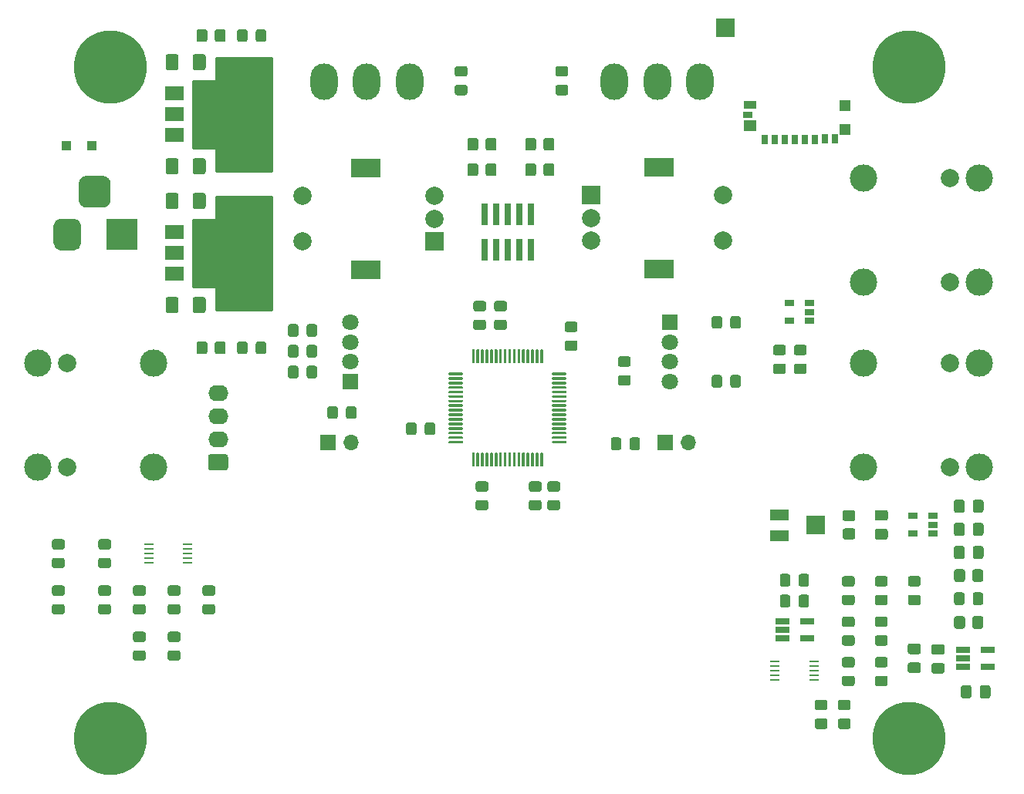
<source format=gbr>
%TF.GenerationSoftware,KiCad,Pcbnew,(5.1.7-0-10_14)*%
%TF.CreationDate,2020-11-12T17:11:24+00:00*%
%TF.ProjectId,CirrusDspPedal,43697272-7573-4447-9370-506564616c2e,rev?*%
%TF.SameCoordinates,Original*%
%TF.FileFunction,Soldermask,Top*%
%TF.FilePolarity,Negative*%
%FSLAX46Y46*%
G04 Gerber Fmt 4.6, Leading zero omitted, Abs format (unit mm)*
G04 Created by KiCad (PCBNEW (5.1.7-0-10_14)) date 2020-11-12 17:11:24*
%MOMM*%
%LPD*%
G01*
G04 APERTURE LIST*
%ADD10R,2.000000X1.300000*%
%ADD11R,2.000000X2.000000*%
%ADD12R,1.060000X0.650000*%
%ADD13R,1.560000X0.650000*%
%ADD14R,1.000000X0.700000*%
%ADD15R,1.400000X0.900000*%
%ADD16R,1.400000X1.200000*%
%ADD17R,1.200000X1.150000*%
%ADD18R,0.700000X1.000000*%
%ADD19R,2.000000X1.500000*%
%ADD20R,2.000000X3.800000*%
%ADD21O,2.190000X1.740000*%
%ADD22C,2.000000*%
%ADD23R,3.200000X2.000000*%
%ADD24C,1.800000*%
%ADD25R,1.800000X1.800000*%
%ADD26R,0.740000X2.400000*%
%ADD27R,1.100000X0.250000*%
%ADD28O,3.000000X4.000000*%
%ADD29O,1.700000X1.700000*%
%ADD30R,1.700000X1.700000*%
%ADD31C,3.000000*%
%ADD32R,3.500000X3.500000*%
%ADD33R,1.100000X1.100000*%
%ADD34C,8.000000*%
%ADD35C,0.900000*%
%ADD36C,0.254000*%
%ADD37C,0.100000*%
G04 APERTURE END LIST*
%TO.C,R32*%
G36*
G01*
X116224000Y-92144001D02*
X116224000Y-91243999D01*
G75*
G02*
X116473999Y-90994000I249999J0D01*
G01*
X117174001Y-90994000D01*
G75*
G02*
X117424000Y-91243999I0J-249999D01*
G01*
X117424000Y-92144001D01*
G75*
G02*
X117174001Y-92394000I-249999J0D01*
G01*
X116473999Y-92394000D01*
G75*
G02*
X116224000Y-92144001I0J249999D01*
G01*
G37*
G36*
G01*
X114224000Y-92144001D02*
X114224000Y-91243999D01*
G75*
G02*
X114473999Y-90994000I249999J0D01*
G01*
X115174001Y-90994000D01*
G75*
G02*
X115424000Y-91243999I0J-249999D01*
G01*
X115424000Y-92144001D01*
G75*
G02*
X115174001Y-92394000I-249999J0D01*
G01*
X114473999Y-92394000D01*
G75*
G02*
X114224000Y-92144001I0J249999D01*
G01*
G37*
%TD*%
%TO.C,R31*%
G36*
G01*
X116224000Y-57854001D02*
X116224000Y-56953999D01*
G75*
G02*
X116473999Y-56704000I249999J0D01*
G01*
X117174001Y-56704000D01*
G75*
G02*
X117424000Y-56953999I0J-249999D01*
G01*
X117424000Y-57854001D01*
G75*
G02*
X117174001Y-58104000I-249999J0D01*
G01*
X116473999Y-58104000D01*
G75*
G02*
X116224000Y-57854001I0J249999D01*
G01*
G37*
G36*
G01*
X114224000Y-57854001D02*
X114224000Y-56953999D01*
G75*
G02*
X114473999Y-56704000I249999J0D01*
G01*
X115174001Y-56704000D01*
G75*
G02*
X115424000Y-56953999I0J-249999D01*
G01*
X115424000Y-57854001D01*
G75*
G02*
X115174001Y-58104000I-249999J0D01*
G01*
X114473999Y-58104000D01*
G75*
G02*
X114224000Y-57854001I0J249999D01*
G01*
G37*
%TD*%
%TO.C,D5*%
G36*
G01*
X120719000Y-92144001D02*
X120719000Y-91243999D01*
G75*
G02*
X120968999Y-90994000I249999J0D01*
G01*
X121619001Y-90994000D01*
G75*
G02*
X121869000Y-91243999I0J-249999D01*
G01*
X121869000Y-92144001D01*
G75*
G02*
X121619001Y-92394000I-249999J0D01*
G01*
X120968999Y-92394000D01*
G75*
G02*
X120719000Y-92144001I0J249999D01*
G01*
G37*
G36*
G01*
X118669000Y-92144001D02*
X118669000Y-91243999D01*
G75*
G02*
X118918999Y-90994000I249999J0D01*
G01*
X119569001Y-90994000D01*
G75*
G02*
X119819000Y-91243999I0J-249999D01*
G01*
X119819000Y-92144001D01*
G75*
G02*
X119569001Y-92394000I-249999J0D01*
G01*
X118918999Y-92394000D01*
G75*
G02*
X118669000Y-92144001I0J249999D01*
G01*
G37*
%TD*%
%TO.C,D4*%
G36*
G01*
X120719000Y-57854001D02*
X120719000Y-56953999D01*
G75*
G02*
X120968999Y-56704000I249999J0D01*
G01*
X121619001Y-56704000D01*
G75*
G02*
X121869000Y-56953999I0J-249999D01*
G01*
X121869000Y-57854001D01*
G75*
G02*
X121619001Y-58104000I-249999J0D01*
G01*
X120968999Y-58104000D01*
G75*
G02*
X120719000Y-57854001I0J249999D01*
G01*
G37*
G36*
G01*
X118669000Y-57854001D02*
X118669000Y-56953999D01*
G75*
G02*
X118918999Y-56704000I249999J0D01*
G01*
X119569001Y-56704000D01*
G75*
G02*
X119819000Y-56953999I0J-249999D01*
G01*
X119819000Y-57854001D01*
G75*
G02*
X119569001Y-58104000I-249999J0D01*
G01*
X118918999Y-58104000D01*
G75*
G02*
X118669000Y-57854001I0J249999D01*
G01*
G37*
%TD*%
%TO.C,R13*%
G36*
G01*
X199345500Y-122306501D02*
X199345500Y-121406499D01*
G75*
G02*
X199595499Y-121156500I249999J0D01*
G01*
X200295501Y-121156500D01*
G75*
G02*
X200545500Y-121406499I0J-249999D01*
G01*
X200545500Y-122306501D01*
G75*
G02*
X200295501Y-122556500I-249999J0D01*
G01*
X199595499Y-122556500D01*
G75*
G02*
X199345500Y-122306501I0J249999D01*
G01*
G37*
G36*
G01*
X197345500Y-122306501D02*
X197345500Y-121406499D01*
G75*
G02*
X197595499Y-121156500I249999J0D01*
G01*
X198295501Y-121156500D01*
G75*
G02*
X198545500Y-121406499I0J-249999D01*
G01*
X198545500Y-122306501D01*
G75*
G02*
X198295501Y-122556500I-249999J0D01*
G01*
X197595499Y-122556500D01*
G75*
G02*
X197345500Y-122306501I0J249999D01*
G01*
G37*
%TD*%
%TO.C,D3*%
G36*
G01*
X199395500Y-119703001D02*
X199395500Y-118802999D01*
G75*
G02*
X199645499Y-118553000I249999J0D01*
G01*
X200295501Y-118553000D01*
G75*
G02*
X200545500Y-118802999I0J-249999D01*
G01*
X200545500Y-119703001D01*
G75*
G02*
X200295501Y-119953000I-249999J0D01*
G01*
X199645499Y-119953000D01*
G75*
G02*
X199395500Y-119703001I0J249999D01*
G01*
G37*
G36*
G01*
X197345500Y-119703001D02*
X197345500Y-118802999D01*
G75*
G02*
X197595499Y-118553000I249999J0D01*
G01*
X198245501Y-118553000D01*
G75*
G02*
X198495500Y-118802999I0J-249999D01*
G01*
X198495500Y-119703001D01*
G75*
G02*
X198245501Y-119953000I-249999J0D01*
G01*
X197595499Y-119953000D01*
G75*
G02*
X197345500Y-119703001I0J249999D01*
G01*
G37*
%TD*%
D10*
%TO.C,RV1*%
X178149500Y-112338500D03*
D11*
X182149500Y-111188500D03*
D10*
X178149500Y-110038500D03*
%TD*%
%TO.C,C35*%
G36*
G01*
X199395500Y-109568000D02*
X199395500Y-108618000D01*
G75*
G02*
X199645500Y-108368000I250000J0D01*
G01*
X200320500Y-108368000D01*
G75*
G02*
X200570500Y-108618000I0J-250000D01*
G01*
X200570500Y-109568000D01*
G75*
G02*
X200320500Y-109818000I-250000J0D01*
G01*
X199645500Y-109818000D01*
G75*
G02*
X199395500Y-109568000I0J250000D01*
G01*
G37*
G36*
G01*
X197320500Y-109568000D02*
X197320500Y-108618000D01*
G75*
G02*
X197570500Y-108368000I250000J0D01*
G01*
X198245500Y-108368000D01*
G75*
G02*
X198495500Y-108618000I0J-250000D01*
G01*
X198495500Y-109568000D01*
G75*
G02*
X198245500Y-109818000I-250000J0D01*
G01*
X197570500Y-109818000D01*
G75*
G02*
X197320500Y-109568000I0J250000D01*
G01*
G37*
%TD*%
%TO.C,C34*%
G36*
G01*
X199395500Y-112108000D02*
X199395500Y-111158000D01*
G75*
G02*
X199645500Y-110908000I250000J0D01*
G01*
X200320500Y-110908000D01*
G75*
G02*
X200570500Y-111158000I0J-250000D01*
G01*
X200570500Y-112108000D01*
G75*
G02*
X200320500Y-112358000I-250000J0D01*
G01*
X199645500Y-112358000D01*
G75*
G02*
X199395500Y-112108000I0J250000D01*
G01*
G37*
G36*
G01*
X197320500Y-112108000D02*
X197320500Y-111158000D01*
G75*
G02*
X197570500Y-110908000I250000J0D01*
G01*
X198245500Y-110908000D01*
G75*
G02*
X198495500Y-111158000I0J-250000D01*
G01*
X198495500Y-112108000D01*
G75*
G02*
X198245500Y-112358000I-250000J0D01*
G01*
X197570500Y-112358000D01*
G75*
G02*
X197320500Y-112108000I0J250000D01*
G01*
G37*
%TD*%
%TO.C,C32*%
G36*
G01*
X200157500Y-129951500D02*
X200157500Y-129001500D01*
G75*
G02*
X200407500Y-128751500I250000J0D01*
G01*
X201082500Y-128751500D01*
G75*
G02*
X201332500Y-129001500I0J-250000D01*
G01*
X201332500Y-129951500D01*
G75*
G02*
X201082500Y-130201500I-250000J0D01*
G01*
X200407500Y-130201500D01*
G75*
G02*
X200157500Y-129951500I0J250000D01*
G01*
G37*
G36*
G01*
X198082500Y-129951500D02*
X198082500Y-129001500D01*
G75*
G02*
X198332500Y-128751500I250000J0D01*
G01*
X199007500Y-128751500D01*
G75*
G02*
X199257500Y-129001500I0J-250000D01*
G01*
X199257500Y-129951500D01*
G75*
G02*
X199007500Y-130201500I-250000J0D01*
G01*
X198332500Y-130201500D01*
G75*
G02*
X198082500Y-129951500I0J250000D01*
G01*
G37*
%TD*%
D12*
%TO.C,U9*%
X192829000Y-112075000D03*
X192829000Y-110175000D03*
X195029000Y-110175000D03*
X195029000Y-111125000D03*
X195029000Y-112075000D03*
%TD*%
D13*
%TO.C,U8*%
X201057500Y-124843500D03*
X201057500Y-126743500D03*
X198357500Y-126743500D03*
X198357500Y-125793500D03*
X198357500Y-124843500D03*
%TD*%
%TO.C,R30*%
G36*
G01*
X185350999Y-111525000D02*
X186251001Y-111525000D01*
G75*
G02*
X186501000Y-111774999I0J-249999D01*
G01*
X186501000Y-112475001D01*
G75*
G02*
X186251001Y-112725000I-249999J0D01*
G01*
X185350999Y-112725000D01*
G75*
G02*
X185101000Y-112475001I0J249999D01*
G01*
X185101000Y-111774999D01*
G75*
G02*
X185350999Y-111525000I249999J0D01*
G01*
G37*
G36*
G01*
X185350999Y-109525000D02*
X186251001Y-109525000D01*
G75*
G02*
X186501000Y-109774999I0J-249999D01*
G01*
X186501000Y-110475001D01*
G75*
G02*
X186251001Y-110725000I-249999J0D01*
G01*
X185350999Y-110725000D01*
G75*
G02*
X185101000Y-110475001I0J249999D01*
G01*
X185101000Y-109774999D01*
G75*
G02*
X185350999Y-109525000I249999J0D01*
G01*
G37*
%TD*%
%TO.C,R14*%
G36*
G01*
X198545500Y-116262999D02*
X198545500Y-117163001D01*
G75*
G02*
X198295501Y-117413000I-249999J0D01*
G01*
X197595499Y-117413000D01*
G75*
G02*
X197345500Y-117163001I0J249999D01*
G01*
X197345500Y-116262999D01*
G75*
G02*
X197595499Y-116013000I249999J0D01*
G01*
X198295501Y-116013000D01*
G75*
G02*
X198545500Y-116262999I0J-249999D01*
G01*
G37*
G36*
G01*
X200545500Y-116262999D02*
X200545500Y-117163001D01*
G75*
G02*
X200295501Y-117413000I-249999J0D01*
G01*
X199595499Y-117413000D01*
G75*
G02*
X199345500Y-117163001I0J249999D01*
G01*
X199345500Y-116262999D01*
G75*
G02*
X199595499Y-116013000I249999J0D01*
G01*
X200295501Y-116013000D01*
G75*
G02*
X200545500Y-116262999I0J-249999D01*
G01*
G37*
%TD*%
%TO.C,C31*%
G36*
G01*
X189832000Y-110675000D02*
X188882000Y-110675000D01*
G75*
G02*
X188632000Y-110425000I0J250000D01*
G01*
X188632000Y-109750000D01*
G75*
G02*
X188882000Y-109500000I250000J0D01*
G01*
X189832000Y-109500000D01*
G75*
G02*
X190082000Y-109750000I0J-250000D01*
G01*
X190082000Y-110425000D01*
G75*
G02*
X189832000Y-110675000I-250000J0D01*
G01*
G37*
G36*
G01*
X189832000Y-112750000D02*
X188882000Y-112750000D01*
G75*
G02*
X188632000Y-112500000I0J250000D01*
G01*
X188632000Y-111825000D01*
G75*
G02*
X188882000Y-111575000I250000J0D01*
G01*
X189832000Y-111575000D01*
G75*
G02*
X190082000Y-111825000I0J-250000D01*
G01*
X190082000Y-112500000D01*
G75*
G02*
X189832000Y-112750000I-250000J0D01*
G01*
G37*
%TD*%
%TO.C,C27*%
G36*
G01*
X198495500Y-113698000D02*
X198495500Y-114648000D01*
G75*
G02*
X198245500Y-114898000I-250000J0D01*
G01*
X197570500Y-114898000D01*
G75*
G02*
X197320500Y-114648000I0J250000D01*
G01*
X197320500Y-113698000D01*
G75*
G02*
X197570500Y-113448000I250000J0D01*
G01*
X198245500Y-113448000D01*
G75*
G02*
X198495500Y-113698000I0J-250000D01*
G01*
G37*
G36*
G01*
X200570500Y-113698000D02*
X200570500Y-114648000D01*
G75*
G02*
X200320500Y-114898000I-250000J0D01*
G01*
X199645500Y-114898000D01*
G75*
G02*
X199395500Y-114648000I0J250000D01*
G01*
X199395500Y-113698000D01*
G75*
G02*
X199645500Y-113448000I250000J0D01*
G01*
X200320500Y-113448000D01*
G75*
G02*
X200570500Y-113698000I0J-250000D01*
G01*
G37*
%TD*%
%TO.C,C26*%
G36*
G01*
X195105000Y-126307000D02*
X196055000Y-126307000D01*
G75*
G02*
X196305000Y-126557000I0J-250000D01*
G01*
X196305000Y-127232000D01*
G75*
G02*
X196055000Y-127482000I-250000J0D01*
G01*
X195105000Y-127482000D01*
G75*
G02*
X194855000Y-127232000I0J250000D01*
G01*
X194855000Y-126557000D01*
G75*
G02*
X195105000Y-126307000I250000J0D01*
G01*
G37*
G36*
G01*
X195105000Y-124232000D02*
X196055000Y-124232000D01*
G75*
G02*
X196305000Y-124482000I0J-250000D01*
G01*
X196305000Y-125157000D01*
G75*
G02*
X196055000Y-125407000I-250000J0D01*
G01*
X195105000Y-125407000D01*
G75*
G02*
X194855000Y-125157000I0J250000D01*
G01*
X194855000Y-124482000D01*
G75*
G02*
X195105000Y-124232000I250000J0D01*
G01*
G37*
%TD*%
%TO.C,C25*%
G36*
G01*
X193451500Y-125343500D02*
X192501500Y-125343500D01*
G75*
G02*
X192251500Y-125093500I0J250000D01*
G01*
X192251500Y-124418500D01*
G75*
G02*
X192501500Y-124168500I250000J0D01*
G01*
X193451500Y-124168500D01*
G75*
G02*
X193701500Y-124418500I0J-250000D01*
G01*
X193701500Y-125093500D01*
G75*
G02*
X193451500Y-125343500I-250000J0D01*
G01*
G37*
G36*
G01*
X193451500Y-127418500D02*
X192501500Y-127418500D01*
G75*
G02*
X192251500Y-127168500I0J250000D01*
G01*
X192251500Y-126493500D01*
G75*
G02*
X192501500Y-126243500I250000J0D01*
G01*
X193451500Y-126243500D01*
G75*
G02*
X193701500Y-126493500I0J-250000D01*
G01*
X193701500Y-127168500D01*
G75*
G02*
X193451500Y-127418500I-250000J0D01*
G01*
G37*
%TD*%
%TO.C,C7*%
G36*
G01*
X185743001Y-131503000D02*
X184842999Y-131503000D01*
G75*
G02*
X184593000Y-131253001I0J249999D01*
G01*
X184593000Y-130602999D01*
G75*
G02*
X184842999Y-130353000I249999J0D01*
G01*
X185743001Y-130353000D01*
G75*
G02*
X185993000Y-130602999I0J-249999D01*
G01*
X185993000Y-131253001D01*
G75*
G02*
X185743001Y-131503000I-249999J0D01*
G01*
G37*
G36*
G01*
X185743001Y-133553000D02*
X184842999Y-133553000D01*
G75*
G02*
X184593000Y-133303001I0J249999D01*
G01*
X184593000Y-132652999D01*
G75*
G02*
X184842999Y-132403000I249999J0D01*
G01*
X185743001Y-132403000D01*
G75*
G02*
X185993000Y-132652999I0J-249999D01*
G01*
X185993000Y-133303001D01*
G75*
G02*
X185743001Y-133553000I-249999J0D01*
G01*
G37*
%TD*%
D14*
%TO.C,J6*%
X174726600Y-66116200D03*
D15*
X174929800Y-64973200D03*
D16*
X174929800Y-67259200D03*
D17*
X185394600Y-65125600D03*
X185394600Y-67741800D03*
D18*
X184251600Y-68770500D03*
X183146700Y-68770500D03*
X182041800Y-68783200D03*
X180936900Y-68783200D03*
X179844700Y-68783200D03*
X178739800Y-68783200D03*
X177634900Y-68783200D03*
X176542700Y-68783200D03*
%TD*%
D19*
%TO.C,U4*%
X111785000Y-78980000D03*
X111785000Y-83580000D03*
X111785000Y-81280000D03*
D20*
X118085000Y-81280000D03*
%TD*%
D21*
%TO.C,J8*%
X116586000Y-96647000D03*
X116586000Y-99187000D03*
X116586000Y-101727000D03*
G36*
G01*
X117431001Y-105137000D02*
X115740999Y-105137000D01*
G75*
G02*
X115491000Y-104887001I0J249999D01*
G01*
X115491000Y-103646999D01*
G75*
G02*
X115740999Y-103397000I249999J0D01*
G01*
X117431001Y-103397000D01*
G75*
G02*
X117681000Y-103646999I0J-249999D01*
G01*
X117681000Y-104887001D01*
G75*
G02*
X117431001Y-105137000I-249999J0D01*
G01*
G37*
%TD*%
%TO.C,U7*%
G36*
G01*
X144436000Y-93323000D02*
X144436000Y-91923000D01*
G75*
G02*
X144511000Y-91848000I75000J0D01*
G01*
X144661000Y-91848000D01*
G75*
G02*
X144736000Y-91923000I0J-75000D01*
G01*
X144736000Y-93323000D01*
G75*
G02*
X144661000Y-93398000I-75000J0D01*
G01*
X144511000Y-93398000D01*
G75*
G02*
X144436000Y-93323000I0J75000D01*
G01*
G37*
G36*
G01*
X144936000Y-93323000D02*
X144936000Y-91923000D01*
G75*
G02*
X145011000Y-91848000I75000J0D01*
G01*
X145161000Y-91848000D01*
G75*
G02*
X145236000Y-91923000I0J-75000D01*
G01*
X145236000Y-93323000D01*
G75*
G02*
X145161000Y-93398000I-75000J0D01*
G01*
X145011000Y-93398000D01*
G75*
G02*
X144936000Y-93323000I0J75000D01*
G01*
G37*
G36*
G01*
X145436000Y-93323000D02*
X145436000Y-91923000D01*
G75*
G02*
X145511000Y-91848000I75000J0D01*
G01*
X145661000Y-91848000D01*
G75*
G02*
X145736000Y-91923000I0J-75000D01*
G01*
X145736000Y-93323000D01*
G75*
G02*
X145661000Y-93398000I-75000J0D01*
G01*
X145511000Y-93398000D01*
G75*
G02*
X145436000Y-93323000I0J75000D01*
G01*
G37*
G36*
G01*
X145936000Y-93323000D02*
X145936000Y-91923000D01*
G75*
G02*
X146011000Y-91848000I75000J0D01*
G01*
X146161000Y-91848000D01*
G75*
G02*
X146236000Y-91923000I0J-75000D01*
G01*
X146236000Y-93323000D01*
G75*
G02*
X146161000Y-93398000I-75000J0D01*
G01*
X146011000Y-93398000D01*
G75*
G02*
X145936000Y-93323000I0J75000D01*
G01*
G37*
G36*
G01*
X146436000Y-93323000D02*
X146436000Y-91923000D01*
G75*
G02*
X146511000Y-91848000I75000J0D01*
G01*
X146661000Y-91848000D01*
G75*
G02*
X146736000Y-91923000I0J-75000D01*
G01*
X146736000Y-93323000D01*
G75*
G02*
X146661000Y-93398000I-75000J0D01*
G01*
X146511000Y-93398000D01*
G75*
G02*
X146436000Y-93323000I0J75000D01*
G01*
G37*
G36*
G01*
X146936000Y-93323000D02*
X146936000Y-91923000D01*
G75*
G02*
X147011000Y-91848000I75000J0D01*
G01*
X147161000Y-91848000D01*
G75*
G02*
X147236000Y-91923000I0J-75000D01*
G01*
X147236000Y-93323000D01*
G75*
G02*
X147161000Y-93398000I-75000J0D01*
G01*
X147011000Y-93398000D01*
G75*
G02*
X146936000Y-93323000I0J75000D01*
G01*
G37*
G36*
G01*
X147436000Y-93323000D02*
X147436000Y-91923000D01*
G75*
G02*
X147511000Y-91848000I75000J0D01*
G01*
X147661000Y-91848000D01*
G75*
G02*
X147736000Y-91923000I0J-75000D01*
G01*
X147736000Y-93323000D01*
G75*
G02*
X147661000Y-93398000I-75000J0D01*
G01*
X147511000Y-93398000D01*
G75*
G02*
X147436000Y-93323000I0J75000D01*
G01*
G37*
G36*
G01*
X147936000Y-93323000D02*
X147936000Y-91923000D01*
G75*
G02*
X148011000Y-91848000I75000J0D01*
G01*
X148161000Y-91848000D01*
G75*
G02*
X148236000Y-91923000I0J-75000D01*
G01*
X148236000Y-93323000D01*
G75*
G02*
X148161000Y-93398000I-75000J0D01*
G01*
X148011000Y-93398000D01*
G75*
G02*
X147936000Y-93323000I0J75000D01*
G01*
G37*
G36*
G01*
X148436000Y-93323000D02*
X148436000Y-91923000D01*
G75*
G02*
X148511000Y-91848000I75000J0D01*
G01*
X148661000Y-91848000D01*
G75*
G02*
X148736000Y-91923000I0J-75000D01*
G01*
X148736000Y-93323000D01*
G75*
G02*
X148661000Y-93398000I-75000J0D01*
G01*
X148511000Y-93398000D01*
G75*
G02*
X148436000Y-93323000I0J75000D01*
G01*
G37*
G36*
G01*
X148936000Y-93323000D02*
X148936000Y-91923000D01*
G75*
G02*
X149011000Y-91848000I75000J0D01*
G01*
X149161000Y-91848000D01*
G75*
G02*
X149236000Y-91923000I0J-75000D01*
G01*
X149236000Y-93323000D01*
G75*
G02*
X149161000Y-93398000I-75000J0D01*
G01*
X149011000Y-93398000D01*
G75*
G02*
X148936000Y-93323000I0J75000D01*
G01*
G37*
G36*
G01*
X149436000Y-93323000D02*
X149436000Y-91923000D01*
G75*
G02*
X149511000Y-91848000I75000J0D01*
G01*
X149661000Y-91848000D01*
G75*
G02*
X149736000Y-91923000I0J-75000D01*
G01*
X149736000Y-93323000D01*
G75*
G02*
X149661000Y-93398000I-75000J0D01*
G01*
X149511000Y-93398000D01*
G75*
G02*
X149436000Y-93323000I0J75000D01*
G01*
G37*
G36*
G01*
X149936000Y-93323000D02*
X149936000Y-91923000D01*
G75*
G02*
X150011000Y-91848000I75000J0D01*
G01*
X150161000Y-91848000D01*
G75*
G02*
X150236000Y-91923000I0J-75000D01*
G01*
X150236000Y-93323000D01*
G75*
G02*
X150161000Y-93398000I-75000J0D01*
G01*
X150011000Y-93398000D01*
G75*
G02*
X149936000Y-93323000I0J75000D01*
G01*
G37*
G36*
G01*
X150436000Y-93323000D02*
X150436000Y-91923000D01*
G75*
G02*
X150511000Y-91848000I75000J0D01*
G01*
X150661000Y-91848000D01*
G75*
G02*
X150736000Y-91923000I0J-75000D01*
G01*
X150736000Y-93323000D01*
G75*
G02*
X150661000Y-93398000I-75000J0D01*
G01*
X150511000Y-93398000D01*
G75*
G02*
X150436000Y-93323000I0J75000D01*
G01*
G37*
G36*
G01*
X150936000Y-93323000D02*
X150936000Y-91923000D01*
G75*
G02*
X151011000Y-91848000I75000J0D01*
G01*
X151161000Y-91848000D01*
G75*
G02*
X151236000Y-91923000I0J-75000D01*
G01*
X151236000Y-93323000D01*
G75*
G02*
X151161000Y-93398000I-75000J0D01*
G01*
X151011000Y-93398000D01*
G75*
G02*
X150936000Y-93323000I0J75000D01*
G01*
G37*
G36*
G01*
X151436000Y-93323000D02*
X151436000Y-91923000D01*
G75*
G02*
X151511000Y-91848000I75000J0D01*
G01*
X151661000Y-91848000D01*
G75*
G02*
X151736000Y-91923000I0J-75000D01*
G01*
X151736000Y-93323000D01*
G75*
G02*
X151661000Y-93398000I-75000J0D01*
G01*
X151511000Y-93398000D01*
G75*
G02*
X151436000Y-93323000I0J75000D01*
G01*
G37*
G36*
G01*
X151936000Y-93323000D02*
X151936000Y-91923000D01*
G75*
G02*
X152011000Y-91848000I75000J0D01*
G01*
X152161000Y-91848000D01*
G75*
G02*
X152236000Y-91923000I0J-75000D01*
G01*
X152236000Y-93323000D01*
G75*
G02*
X152161000Y-93398000I-75000J0D01*
G01*
X152011000Y-93398000D01*
G75*
G02*
X151936000Y-93323000I0J75000D01*
G01*
G37*
G36*
G01*
X153236000Y-94623000D02*
X153236000Y-94473000D01*
G75*
G02*
X153311000Y-94398000I75000J0D01*
G01*
X154711000Y-94398000D01*
G75*
G02*
X154786000Y-94473000I0J-75000D01*
G01*
X154786000Y-94623000D01*
G75*
G02*
X154711000Y-94698000I-75000J0D01*
G01*
X153311000Y-94698000D01*
G75*
G02*
X153236000Y-94623000I0J75000D01*
G01*
G37*
G36*
G01*
X153236000Y-95123000D02*
X153236000Y-94973000D01*
G75*
G02*
X153311000Y-94898000I75000J0D01*
G01*
X154711000Y-94898000D01*
G75*
G02*
X154786000Y-94973000I0J-75000D01*
G01*
X154786000Y-95123000D01*
G75*
G02*
X154711000Y-95198000I-75000J0D01*
G01*
X153311000Y-95198000D01*
G75*
G02*
X153236000Y-95123000I0J75000D01*
G01*
G37*
G36*
G01*
X153236000Y-95623000D02*
X153236000Y-95473000D01*
G75*
G02*
X153311000Y-95398000I75000J0D01*
G01*
X154711000Y-95398000D01*
G75*
G02*
X154786000Y-95473000I0J-75000D01*
G01*
X154786000Y-95623000D01*
G75*
G02*
X154711000Y-95698000I-75000J0D01*
G01*
X153311000Y-95698000D01*
G75*
G02*
X153236000Y-95623000I0J75000D01*
G01*
G37*
G36*
G01*
X153236000Y-96123000D02*
X153236000Y-95973000D01*
G75*
G02*
X153311000Y-95898000I75000J0D01*
G01*
X154711000Y-95898000D01*
G75*
G02*
X154786000Y-95973000I0J-75000D01*
G01*
X154786000Y-96123000D01*
G75*
G02*
X154711000Y-96198000I-75000J0D01*
G01*
X153311000Y-96198000D01*
G75*
G02*
X153236000Y-96123000I0J75000D01*
G01*
G37*
G36*
G01*
X153236000Y-96623000D02*
X153236000Y-96473000D01*
G75*
G02*
X153311000Y-96398000I75000J0D01*
G01*
X154711000Y-96398000D01*
G75*
G02*
X154786000Y-96473000I0J-75000D01*
G01*
X154786000Y-96623000D01*
G75*
G02*
X154711000Y-96698000I-75000J0D01*
G01*
X153311000Y-96698000D01*
G75*
G02*
X153236000Y-96623000I0J75000D01*
G01*
G37*
G36*
G01*
X153236000Y-97123000D02*
X153236000Y-96973000D01*
G75*
G02*
X153311000Y-96898000I75000J0D01*
G01*
X154711000Y-96898000D01*
G75*
G02*
X154786000Y-96973000I0J-75000D01*
G01*
X154786000Y-97123000D01*
G75*
G02*
X154711000Y-97198000I-75000J0D01*
G01*
X153311000Y-97198000D01*
G75*
G02*
X153236000Y-97123000I0J75000D01*
G01*
G37*
G36*
G01*
X153236000Y-97623000D02*
X153236000Y-97473000D01*
G75*
G02*
X153311000Y-97398000I75000J0D01*
G01*
X154711000Y-97398000D01*
G75*
G02*
X154786000Y-97473000I0J-75000D01*
G01*
X154786000Y-97623000D01*
G75*
G02*
X154711000Y-97698000I-75000J0D01*
G01*
X153311000Y-97698000D01*
G75*
G02*
X153236000Y-97623000I0J75000D01*
G01*
G37*
G36*
G01*
X153236000Y-98123000D02*
X153236000Y-97973000D01*
G75*
G02*
X153311000Y-97898000I75000J0D01*
G01*
X154711000Y-97898000D01*
G75*
G02*
X154786000Y-97973000I0J-75000D01*
G01*
X154786000Y-98123000D01*
G75*
G02*
X154711000Y-98198000I-75000J0D01*
G01*
X153311000Y-98198000D01*
G75*
G02*
X153236000Y-98123000I0J75000D01*
G01*
G37*
G36*
G01*
X153236000Y-98623000D02*
X153236000Y-98473000D01*
G75*
G02*
X153311000Y-98398000I75000J0D01*
G01*
X154711000Y-98398000D01*
G75*
G02*
X154786000Y-98473000I0J-75000D01*
G01*
X154786000Y-98623000D01*
G75*
G02*
X154711000Y-98698000I-75000J0D01*
G01*
X153311000Y-98698000D01*
G75*
G02*
X153236000Y-98623000I0J75000D01*
G01*
G37*
G36*
G01*
X153236000Y-99123000D02*
X153236000Y-98973000D01*
G75*
G02*
X153311000Y-98898000I75000J0D01*
G01*
X154711000Y-98898000D01*
G75*
G02*
X154786000Y-98973000I0J-75000D01*
G01*
X154786000Y-99123000D01*
G75*
G02*
X154711000Y-99198000I-75000J0D01*
G01*
X153311000Y-99198000D01*
G75*
G02*
X153236000Y-99123000I0J75000D01*
G01*
G37*
G36*
G01*
X153236000Y-99623000D02*
X153236000Y-99473000D01*
G75*
G02*
X153311000Y-99398000I75000J0D01*
G01*
X154711000Y-99398000D01*
G75*
G02*
X154786000Y-99473000I0J-75000D01*
G01*
X154786000Y-99623000D01*
G75*
G02*
X154711000Y-99698000I-75000J0D01*
G01*
X153311000Y-99698000D01*
G75*
G02*
X153236000Y-99623000I0J75000D01*
G01*
G37*
G36*
G01*
X153236000Y-100123000D02*
X153236000Y-99973000D01*
G75*
G02*
X153311000Y-99898000I75000J0D01*
G01*
X154711000Y-99898000D01*
G75*
G02*
X154786000Y-99973000I0J-75000D01*
G01*
X154786000Y-100123000D01*
G75*
G02*
X154711000Y-100198000I-75000J0D01*
G01*
X153311000Y-100198000D01*
G75*
G02*
X153236000Y-100123000I0J75000D01*
G01*
G37*
G36*
G01*
X153236000Y-100623000D02*
X153236000Y-100473000D01*
G75*
G02*
X153311000Y-100398000I75000J0D01*
G01*
X154711000Y-100398000D01*
G75*
G02*
X154786000Y-100473000I0J-75000D01*
G01*
X154786000Y-100623000D01*
G75*
G02*
X154711000Y-100698000I-75000J0D01*
G01*
X153311000Y-100698000D01*
G75*
G02*
X153236000Y-100623000I0J75000D01*
G01*
G37*
G36*
G01*
X153236000Y-101123000D02*
X153236000Y-100973000D01*
G75*
G02*
X153311000Y-100898000I75000J0D01*
G01*
X154711000Y-100898000D01*
G75*
G02*
X154786000Y-100973000I0J-75000D01*
G01*
X154786000Y-101123000D01*
G75*
G02*
X154711000Y-101198000I-75000J0D01*
G01*
X153311000Y-101198000D01*
G75*
G02*
X153236000Y-101123000I0J75000D01*
G01*
G37*
G36*
G01*
X153236000Y-101623000D02*
X153236000Y-101473000D01*
G75*
G02*
X153311000Y-101398000I75000J0D01*
G01*
X154711000Y-101398000D01*
G75*
G02*
X154786000Y-101473000I0J-75000D01*
G01*
X154786000Y-101623000D01*
G75*
G02*
X154711000Y-101698000I-75000J0D01*
G01*
X153311000Y-101698000D01*
G75*
G02*
X153236000Y-101623000I0J75000D01*
G01*
G37*
G36*
G01*
X153236000Y-102123000D02*
X153236000Y-101973000D01*
G75*
G02*
X153311000Y-101898000I75000J0D01*
G01*
X154711000Y-101898000D01*
G75*
G02*
X154786000Y-101973000I0J-75000D01*
G01*
X154786000Y-102123000D01*
G75*
G02*
X154711000Y-102198000I-75000J0D01*
G01*
X153311000Y-102198000D01*
G75*
G02*
X153236000Y-102123000I0J75000D01*
G01*
G37*
G36*
G01*
X151936000Y-104673000D02*
X151936000Y-103273000D01*
G75*
G02*
X152011000Y-103198000I75000J0D01*
G01*
X152161000Y-103198000D01*
G75*
G02*
X152236000Y-103273000I0J-75000D01*
G01*
X152236000Y-104673000D01*
G75*
G02*
X152161000Y-104748000I-75000J0D01*
G01*
X152011000Y-104748000D01*
G75*
G02*
X151936000Y-104673000I0J75000D01*
G01*
G37*
G36*
G01*
X151436000Y-104673000D02*
X151436000Y-103273000D01*
G75*
G02*
X151511000Y-103198000I75000J0D01*
G01*
X151661000Y-103198000D01*
G75*
G02*
X151736000Y-103273000I0J-75000D01*
G01*
X151736000Y-104673000D01*
G75*
G02*
X151661000Y-104748000I-75000J0D01*
G01*
X151511000Y-104748000D01*
G75*
G02*
X151436000Y-104673000I0J75000D01*
G01*
G37*
G36*
G01*
X150936000Y-104673000D02*
X150936000Y-103273000D01*
G75*
G02*
X151011000Y-103198000I75000J0D01*
G01*
X151161000Y-103198000D01*
G75*
G02*
X151236000Y-103273000I0J-75000D01*
G01*
X151236000Y-104673000D01*
G75*
G02*
X151161000Y-104748000I-75000J0D01*
G01*
X151011000Y-104748000D01*
G75*
G02*
X150936000Y-104673000I0J75000D01*
G01*
G37*
G36*
G01*
X150436000Y-104673000D02*
X150436000Y-103273000D01*
G75*
G02*
X150511000Y-103198000I75000J0D01*
G01*
X150661000Y-103198000D01*
G75*
G02*
X150736000Y-103273000I0J-75000D01*
G01*
X150736000Y-104673000D01*
G75*
G02*
X150661000Y-104748000I-75000J0D01*
G01*
X150511000Y-104748000D01*
G75*
G02*
X150436000Y-104673000I0J75000D01*
G01*
G37*
G36*
G01*
X149936000Y-104673000D02*
X149936000Y-103273000D01*
G75*
G02*
X150011000Y-103198000I75000J0D01*
G01*
X150161000Y-103198000D01*
G75*
G02*
X150236000Y-103273000I0J-75000D01*
G01*
X150236000Y-104673000D01*
G75*
G02*
X150161000Y-104748000I-75000J0D01*
G01*
X150011000Y-104748000D01*
G75*
G02*
X149936000Y-104673000I0J75000D01*
G01*
G37*
G36*
G01*
X149436000Y-104673000D02*
X149436000Y-103273000D01*
G75*
G02*
X149511000Y-103198000I75000J0D01*
G01*
X149661000Y-103198000D01*
G75*
G02*
X149736000Y-103273000I0J-75000D01*
G01*
X149736000Y-104673000D01*
G75*
G02*
X149661000Y-104748000I-75000J0D01*
G01*
X149511000Y-104748000D01*
G75*
G02*
X149436000Y-104673000I0J75000D01*
G01*
G37*
G36*
G01*
X148936000Y-104673000D02*
X148936000Y-103273000D01*
G75*
G02*
X149011000Y-103198000I75000J0D01*
G01*
X149161000Y-103198000D01*
G75*
G02*
X149236000Y-103273000I0J-75000D01*
G01*
X149236000Y-104673000D01*
G75*
G02*
X149161000Y-104748000I-75000J0D01*
G01*
X149011000Y-104748000D01*
G75*
G02*
X148936000Y-104673000I0J75000D01*
G01*
G37*
G36*
G01*
X148436000Y-104673000D02*
X148436000Y-103273000D01*
G75*
G02*
X148511000Y-103198000I75000J0D01*
G01*
X148661000Y-103198000D01*
G75*
G02*
X148736000Y-103273000I0J-75000D01*
G01*
X148736000Y-104673000D01*
G75*
G02*
X148661000Y-104748000I-75000J0D01*
G01*
X148511000Y-104748000D01*
G75*
G02*
X148436000Y-104673000I0J75000D01*
G01*
G37*
G36*
G01*
X147936000Y-104673000D02*
X147936000Y-103273000D01*
G75*
G02*
X148011000Y-103198000I75000J0D01*
G01*
X148161000Y-103198000D01*
G75*
G02*
X148236000Y-103273000I0J-75000D01*
G01*
X148236000Y-104673000D01*
G75*
G02*
X148161000Y-104748000I-75000J0D01*
G01*
X148011000Y-104748000D01*
G75*
G02*
X147936000Y-104673000I0J75000D01*
G01*
G37*
G36*
G01*
X147436000Y-104673000D02*
X147436000Y-103273000D01*
G75*
G02*
X147511000Y-103198000I75000J0D01*
G01*
X147661000Y-103198000D01*
G75*
G02*
X147736000Y-103273000I0J-75000D01*
G01*
X147736000Y-104673000D01*
G75*
G02*
X147661000Y-104748000I-75000J0D01*
G01*
X147511000Y-104748000D01*
G75*
G02*
X147436000Y-104673000I0J75000D01*
G01*
G37*
G36*
G01*
X146936000Y-104673000D02*
X146936000Y-103273000D01*
G75*
G02*
X147011000Y-103198000I75000J0D01*
G01*
X147161000Y-103198000D01*
G75*
G02*
X147236000Y-103273000I0J-75000D01*
G01*
X147236000Y-104673000D01*
G75*
G02*
X147161000Y-104748000I-75000J0D01*
G01*
X147011000Y-104748000D01*
G75*
G02*
X146936000Y-104673000I0J75000D01*
G01*
G37*
G36*
G01*
X146436000Y-104673000D02*
X146436000Y-103273000D01*
G75*
G02*
X146511000Y-103198000I75000J0D01*
G01*
X146661000Y-103198000D01*
G75*
G02*
X146736000Y-103273000I0J-75000D01*
G01*
X146736000Y-104673000D01*
G75*
G02*
X146661000Y-104748000I-75000J0D01*
G01*
X146511000Y-104748000D01*
G75*
G02*
X146436000Y-104673000I0J75000D01*
G01*
G37*
G36*
G01*
X145936000Y-104673000D02*
X145936000Y-103273000D01*
G75*
G02*
X146011000Y-103198000I75000J0D01*
G01*
X146161000Y-103198000D01*
G75*
G02*
X146236000Y-103273000I0J-75000D01*
G01*
X146236000Y-104673000D01*
G75*
G02*
X146161000Y-104748000I-75000J0D01*
G01*
X146011000Y-104748000D01*
G75*
G02*
X145936000Y-104673000I0J75000D01*
G01*
G37*
G36*
G01*
X145436000Y-104673000D02*
X145436000Y-103273000D01*
G75*
G02*
X145511000Y-103198000I75000J0D01*
G01*
X145661000Y-103198000D01*
G75*
G02*
X145736000Y-103273000I0J-75000D01*
G01*
X145736000Y-104673000D01*
G75*
G02*
X145661000Y-104748000I-75000J0D01*
G01*
X145511000Y-104748000D01*
G75*
G02*
X145436000Y-104673000I0J75000D01*
G01*
G37*
G36*
G01*
X144936000Y-104673000D02*
X144936000Y-103273000D01*
G75*
G02*
X145011000Y-103198000I75000J0D01*
G01*
X145161000Y-103198000D01*
G75*
G02*
X145236000Y-103273000I0J-75000D01*
G01*
X145236000Y-104673000D01*
G75*
G02*
X145161000Y-104748000I-75000J0D01*
G01*
X145011000Y-104748000D01*
G75*
G02*
X144936000Y-104673000I0J75000D01*
G01*
G37*
G36*
G01*
X144436000Y-104673000D02*
X144436000Y-103273000D01*
G75*
G02*
X144511000Y-103198000I75000J0D01*
G01*
X144661000Y-103198000D01*
G75*
G02*
X144736000Y-103273000I0J-75000D01*
G01*
X144736000Y-104673000D01*
G75*
G02*
X144661000Y-104748000I-75000J0D01*
G01*
X144511000Y-104748000D01*
G75*
G02*
X144436000Y-104673000I0J75000D01*
G01*
G37*
G36*
G01*
X141886000Y-102123000D02*
X141886000Y-101973000D01*
G75*
G02*
X141961000Y-101898000I75000J0D01*
G01*
X143361000Y-101898000D01*
G75*
G02*
X143436000Y-101973000I0J-75000D01*
G01*
X143436000Y-102123000D01*
G75*
G02*
X143361000Y-102198000I-75000J0D01*
G01*
X141961000Y-102198000D01*
G75*
G02*
X141886000Y-102123000I0J75000D01*
G01*
G37*
G36*
G01*
X141886000Y-101623000D02*
X141886000Y-101473000D01*
G75*
G02*
X141961000Y-101398000I75000J0D01*
G01*
X143361000Y-101398000D01*
G75*
G02*
X143436000Y-101473000I0J-75000D01*
G01*
X143436000Y-101623000D01*
G75*
G02*
X143361000Y-101698000I-75000J0D01*
G01*
X141961000Y-101698000D01*
G75*
G02*
X141886000Y-101623000I0J75000D01*
G01*
G37*
G36*
G01*
X141886000Y-101123000D02*
X141886000Y-100973000D01*
G75*
G02*
X141961000Y-100898000I75000J0D01*
G01*
X143361000Y-100898000D01*
G75*
G02*
X143436000Y-100973000I0J-75000D01*
G01*
X143436000Y-101123000D01*
G75*
G02*
X143361000Y-101198000I-75000J0D01*
G01*
X141961000Y-101198000D01*
G75*
G02*
X141886000Y-101123000I0J75000D01*
G01*
G37*
G36*
G01*
X141886000Y-100623000D02*
X141886000Y-100473000D01*
G75*
G02*
X141961000Y-100398000I75000J0D01*
G01*
X143361000Y-100398000D01*
G75*
G02*
X143436000Y-100473000I0J-75000D01*
G01*
X143436000Y-100623000D01*
G75*
G02*
X143361000Y-100698000I-75000J0D01*
G01*
X141961000Y-100698000D01*
G75*
G02*
X141886000Y-100623000I0J75000D01*
G01*
G37*
G36*
G01*
X141886000Y-100123000D02*
X141886000Y-99973000D01*
G75*
G02*
X141961000Y-99898000I75000J0D01*
G01*
X143361000Y-99898000D01*
G75*
G02*
X143436000Y-99973000I0J-75000D01*
G01*
X143436000Y-100123000D01*
G75*
G02*
X143361000Y-100198000I-75000J0D01*
G01*
X141961000Y-100198000D01*
G75*
G02*
X141886000Y-100123000I0J75000D01*
G01*
G37*
G36*
G01*
X141886000Y-99623000D02*
X141886000Y-99473000D01*
G75*
G02*
X141961000Y-99398000I75000J0D01*
G01*
X143361000Y-99398000D01*
G75*
G02*
X143436000Y-99473000I0J-75000D01*
G01*
X143436000Y-99623000D01*
G75*
G02*
X143361000Y-99698000I-75000J0D01*
G01*
X141961000Y-99698000D01*
G75*
G02*
X141886000Y-99623000I0J75000D01*
G01*
G37*
G36*
G01*
X141886000Y-99123000D02*
X141886000Y-98973000D01*
G75*
G02*
X141961000Y-98898000I75000J0D01*
G01*
X143361000Y-98898000D01*
G75*
G02*
X143436000Y-98973000I0J-75000D01*
G01*
X143436000Y-99123000D01*
G75*
G02*
X143361000Y-99198000I-75000J0D01*
G01*
X141961000Y-99198000D01*
G75*
G02*
X141886000Y-99123000I0J75000D01*
G01*
G37*
G36*
G01*
X141886000Y-98623000D02*
X141886000Y-98473000D01*
G75*
G02*
X141961000Y-98398000I75000J0D01*
G01*
X143361000Y-98398000D01*
G75*
G02*
X143436000Y-98473000I0J-75000D01*
G01*
X143436000Y-98623000D01*
G75*
G02*
X143361000Y-98698000I-75000J0D01*
G01*
X141961000Y-98698000D01*
G75*
G02*
X141886000Y-98623000I0J75000D01*
G01*
G37*
G36*
G01*
X141886000Y-98123000D02*
X141886000Y-97973000D01*
G75*
G02*
X141961000Y-97898000I75000J0D01*
G01*
X143361000Y-97898000D01*
G75*
G02*
X143436000Y-97973000I0J-75000D01*
G01*
X143436000Y-98123000D01*
G75*
G02*
X143361000Y-98198000I-75000J0D01*
G01*
X141961000Y-98198000D01*
G75*
G02*
X141886000Y-98123000I0J75000D01*
G01*
G37*
G36*
G01*
X141886000Y-97623000D02*
X141886000Y-97473000D01*
G75*
G02*
X141961000Y-97398000I75000J0D01*
G01*
X143361000Y-97398000D01*
G75*
G02*
X143436000Y-97473000I0J-75000D01*
G01*
X143436000Y-97623000D01*
G75*
G02*
X143361000Y-97698000I-75000J0D01*
G01*
X141961000Y-97698000D01*
G75*
G02*
X141886000Y-97623000I0J75000D01*
G01*
G37*
G36*
G01*
X141886000Y-97123000D02*
X141886000Y-96973000D01*
G75*
G02*
X141961000Y-96898000I75000J0D01*
G01*
X143361000Y-96898000D01*
G75*
G02*
X143436000Y-96973000I0J-75000D01*
G01*
X143436000Y-97123000D01*
G75*
G02*
X143361000Y-97198000I-75000J0D01*
G01*
X141961000Y-97198000D01*
G75*
G02*
X141886000Y-97123000I0J75000D01*
G01*
G37*
G36*
G01*
X141886000Y-96623000D02*
X141886000Y-96473000D01*
G75*
G02*
X141961000Y-96398000I75000J0D01*
G01*
X143361000Y-96398000D01*
G75*
G02*
X143436000Y-96473000I0J-75000D01*
G01*
X143436000Y-96623000D01*
G75*
G02*
X143361000Y-96698000I-75000J0D01*
G01*
X141961000Y-96698000D01*
G75*
G02*
X141886000Y-96623000I0J75000D01*
G01*
G37*
G36*
G01*
X141886000Y-96123000D02*
X141886000Y-95973000D01*
G75*
G02*
X141961000Y-95898000I75000J0D01*
G01*
X143361000Y-95898000D01*
G75*
G02*
X143436000Y-95973000I0J-75000D01*
G01*
X143436000Y-96123000D01*
G75*
G02*
X143361000Y-96198000I-75000J0D01*
G01*
X141961000Y-96198000D01*
G75*
G02*
X141886000Y-96123000I0J75000D01*
G01*
G37*
G36*
G01*
X141886000Y-95623000D02*
X141886000Y-95473000D01*
G75*
G02*
X141961000Y-95398000I75000J0D01*
G01*
X143361000Y-95398000D01*
G75*
G02*
X143436000Y-95473000I0J-75000D01*
G01*
X143436000Y-95623000D01*
G75*
G02*
X143361000Y-95698000I-75000J0D01*
G01*
X141961000Y-95698000D01*
G75*
G02*
X141886000Y-95623000I0J75000D01*
G01*
G37*
G36*
G01*
X141886000Y-95123000D02*
X141886000Y-94973000D01*
G75*
G02*
X141961000Y-94898000I75000J0D01*
G01*
X143361000Y-94898000D01*
G75*
G02*
X143436000Y-94973000I0J-75000D01*
G01*
X143436000Y-95123000D01*
G75*
G02*
X143361000Y-95198000I-75000J0D01*
G01*
X141961000Y-95198000D01*
G75*
G02*
X141886000Y-95123000I0J75000D01*
G01*
G37*
G36*
G01*
X141886000Y-94623000D02*
X141886000Y-94473000D01*
G75*
G02*
X141961000Y-94398000I75000J0D01*
G01*
X143361000Y-94398000D01*
G75*
G02*
X143436000Y-94473000I0J-75000D01*
G01*
X143436000Y-94623000D01*
G75*
G02*
X143361000Y-94698000I-75000J0D01*
G01*
X141961000Y-94698000D01*
G75*
G02*
X141886000Y-94623000I0J75000D01*
G01*
G37*
%TD*%
D11*
%TO.C,SW6*%
X140335000Y-80010000D03*
D22*
X140335000Y-77510000D03*
X140335000Y-75010000D03*
D23*
X132835000Y-83110000D03*
X132835000Y-71910000D03*
D22*
X125835000Y-80010000D03*
X125835000Y-75010000D03*
%TD*%
D11*
%TO.C,SW5*%
X157480000Y-74930000D03*
D22*
X157480000Y-77430000D03*
X157480000Y-79930000D03*
D23*
X164980000Y-71830000D03*
X164980000Y-83030000D03*
D22*
X171980000Y-74930000D03*
X171980000Y-79930000D03*
%TD*%
%TO.C,R29*%
G36*
G01*
X152292000Y-72586001D02*
X152292000Y-71685999D01*
G75*
G02*
X152541999Y-71436000I249999J0D01*
G01*
X153242001Y-71436000D01*
G75*
G02*
X153492000Y-71685999I0J-249999D01*
G01*
X153492000Y-72586001D01*
G75*
G02*
X153242001Y-72836000I-249999J0D01*
G01*
X152541999Y-72836000D01*
G75*
G02*
X152292000Y-72586001I0J249999D01*
G01*
G37*
G36*
G01*
X150292000Y-72586001D02*
X150292000Y-71685999D01*
G75*
G02*
X150541999Y-71436000I249999J0D01*
G01*
X151242001Y-71436000D01*
G75*
G02*
X151492000Y-71685999I0J-249999D01*
G01*
X151492000Y-72586001D01*
G75*
G02*
X151242001Y-72836000I-249999J0D01*
G01*
X150541999Y-72836000D01*
G75*
G02*
X150292000Y-72586001I0J249999D01*
G01*
G37*
%TD*%
%TO.C,R23*%
G36*
G01*
X152292000Y-69792001D02*
X152292000Y-68891999D01*
G75*
G02*
X152541999Y-68642000I249999J0D01*
G01*
X153242001Y-68642000D01*
G75*
G02*
X153492000Y-68891999I0J-249999D01*
G01*
X153492000Y-69792001D01*
G75*
G02*
X153242001Y-70042000I-249999J0D01*
G01*
X152541999Y-70042000D01*
G75*
G02*
X152292000Y-69792001I0J249999D01*
G01*
G37*
G36*
G01*
X150292000Y-69792001D02*
X150292000Y-68891999D01*
G75*
G02*
X150541999Y-68642000I249999J0D01*
G01*
X151242001Y-68642000D01*
G75*
G02*
X151492000Y-68891999I0J-249999D01*
G01*
X151492000Y-69792001D01*
G75*
G02*
X151242001Y-70042000I-249999J0D01*
G01*
X150541999Y-70042000D01*
G75*
G02*
X150292000Y-69792001I0J249999D01*
G01*
G37*
%TD*%
%TO.C,R12*%
G36*
G01*
X145142000Y-68891999D02*
X145142000Y-69792001D01*
G75*
G02*
X144892001Y-70042000I-249999J0D01*
G01*
X144191999Y-70042000D01*
G75*
G02*
X143942000Y-69792001I0J249999D01*
G01*
X143942000Y-68891999D01*
G75*
G02*
X144191999Y-68642000I249999J0D01*
G01*
X144892001Y-68642000D01*
G75*
G02*
X145142000Y-68891999I0J-249999D01*
G01*
G37*
G36*
G01*
X147142000Y-68891999D02*
X147142000Y-69792001D01*
G75*
G02*
X146892001Y-70042000I-249999J0D01*
G01*
X146191999Y-70042000D01*
G75*
G02*
X145942000Y-69792001I0J249999D01*
G01*
X145942000Y-68891999D01*
G75*
G02*
X146191999Y-68642000I249999J0D01*
G01*
X146892001Y-68642000D01*
G75*
G02*
X147142000Y-68891999I0J-249999D01*
G01*
G37*
%TD*%
%TO.C,R11*%
G36*
G01*
X145142000Y-71685999D02*
X145142000Y-72586001D01*
G75*
G02*
X144892001Y-72836000I-249999J0D01*
G01*
X144191999Y-72836000D01*
G75*
G02*
X143942000Y-72586001I0J249999D01*
G01*
X143942000Y-71685999D01*
G75*
G02*
X144191999Y-71436000I249999J0D01*
G01*
X144892001Y-71436000D01*
G75*
G02*
X145142000Y-71685999I0J-249999D01*
G01*
G37*
G36*
G01*
X147142000Y-71685999D02*
X147142000Y-72586001D01*
G75*
G02*
X146892001Y-72836000I-249999J0D01*
G01*
X146191999Y-72836000D01*
G75*
G02*
X145942000Y-72586001I0J249999D01*
G01*
X145942000Y-71685999D01*
G75*
G02*
X146191999Y-71436000I249999J0D01*
G01*
X146892001Y-71436000D01*
G75*
G02*
X147142000Y-71685999I0J-249999D01*
G01*
G37*
%TD*%
D11*
%TO.C,J7*%
X172212000Y-56515000D03*
%TD*%
%TO.C,C24*%
G36*
G01*
X112255000Y-74940000D02*
X112255000Y-76190000D01*
G75*
G02*
X112005000Y-76440000I-250000J0D01*
G01*
X111080000Y-76440000D01*
G75*
G02*
X110830000Y-76190000I0J250000D01*
G01*
X110830000Y-74940000D01*
G75*
G02*
X111080000Y-74690000I250000J0D01*
G01*
X112005000Y-74690000D01*
G75*
G02*
X112255000Y-74940000I0J-250000D01*
G01*
G37*
G36*
G01*
X115230000Y-74940000D02*
X115230000Y-76190000D01*
G75*
G02*
X114980000Y-76440000I-250000J0D01*
G01*
X114055000Y-76440000D01*
G75*
G02*
X113805000Y-76190000I0J250000D01*
G01*
X113805000Y-74940000D01*
G75*
G02*
X114055000Y-74690000I250000J0D01*
G01*
X114980000Y-74690000D01*
G75*
G02*
X115230000Y-74940000I0J-250000D01*
G01*
G37*
%TD*%
%TO.C,C23*%
G36*
G01*
X113805000Y-87620000D02*
X113805000Y-86370000D01*
G75*
G02*
X114055000Y-86120000I250000J0D01*
G01*
X114980000Y-86120000D01*
G75*
G02*
X115230000Y-86370000I0J-250000D01*
G01*
X115230000Y-87620000D01*
G75*
G02*
X114980000Y-87870000I-250000J0D01*
G01*
X114055000Y-87870000D01*
G75*
G02*
X113805000Y-87620000I0J250000D01*
G01*
G37*
G36*
G01*
X110830000Y-87620000D02*
X110830000Y-86370000D01*
G75*
G02*
X111080000Y-86120000I250000J0D01*
G01*
X112005000Y-86120000D01*
G75*
G02*
X112255000Y-86370000I0J-250000D01*
G01*
X112255000Y-87620000D01*
G75*
G02*
X112005000Y-87870000I-250000J0D01*
G01*
X111080000Y-87870000D01*
G75*
G02*
X110830000Y-87620000I0J250000D01*
G01*
G37*
%TD*%
D19*
%TO.C,U5*%
X111785000Y-63740000D03*
X111785000Y-68340000D03*
X111785000Y-66040000D03*
D20*
X118085000Y-66040000D03*
%TD*%
D24*
%TO.C,LED1*%
X131064000Y-88900000D03*
X131064000Y-91059000D03*
X131064000Y-93218000D03*
D25*
X131064000Y-95377000D03*
%TD*%
D24*
%TO.C,LED2*%
X166116000Y-95377000D03*
X166116000Y-93218000D03*
X166116000Y-91059000D03*
D25*
X166116000Y-88900000D03*
%TD*%
D26*
%TO.C,J3*%
X145796000Y-80944000D03*
X145796000Y-77044000D03*
X147066000Y-80944000D03*
X147066000Y-77044000D03*
X148336000Y-80944000D03*
X148336000Y-77044000D03*
X149606000Y-80944000D03*
X149606000Y-77044000D03*
X150876000Y-80944000D03*
X150876000Y-77044000D03*
%TD*%
D12*
%TO.C,U6*%
X179240000Y-88707000D03*
X179240000Y-86807000D03*
X181440000Y-86807000D03*
X181440000Y-87757000D03*
X181440000Y-88707000D03*
%TD*%
D27*
%TO.C,U3*%
X108975000Y-115300000D03*
X108975000Y-114800000D03*
X108975000Y-114300000D03*
X108975000Y-113800000D03*
X108975000Y-113300000D03*
X113275000Y-113300000D03*
X113275000Y-113800000D03*
X113275000Y-114300000D03*
X113275000Y-114800000D03*
X113275000Y-115300000D03*
%TD*%
D13*
%TO.C,U2*%
X181182000Y-121732000D03*
X181182000Y-123632000D03*
X178482000Y-123632000D03*
X178482000Y-122682000D03*
X178482000Y-121732000D03*
%TD*%
D27*
%TO.C,U1*%
X181982000Y-126127000D03*
X181982000Y-126627000D03*
X181982000Y-127127000D03*
X181982000Y-127627000D03*
X181982000Y-128127000D03*
X177682000Y-128127000D03*
X177682000Y-127627000D03*
X177682000Y-127127000D03*
X177682000Y-126627000D03*
X177682000Y-126127000D03*
%TD*%
D28*
%TO.C,SW4*%
X137585000Y-62484000D03*
X128185000Y-62484000D03*
X132885000Y-62484000D03*
%TD*%
%TO.C,SW3*%
X169465000Y-62484000D03*
X160065000Y-62484000D03*
X164765000Y-62484000D03*
%TD*%
D29*
%TO.C,SW2*%
X168148000Y-102108000D03*
D30*
X165608000Y-102108000D03*
%TD*%
D29*
%TO.C,SW1*%
X131191000Y-102108000D03*
D30*
X128651000Y-102108000D03*
%TD*%
%TO.C,R22*%
G36*
G01*
X160712999Y-94684000D02*
X161613001Y-94684000D01*
G75*
G02*
X161863000Y-94933999I0J-249999D01*
G01*
X161863000Y-95584001D01*
G75*
G02*
X161613001Y-95834000I-249999J0D01*
G01*
X160712999Y-95834000D01*
G75*
G02*
X160463000Y-95584001I0J249999D01*
G01*
X160463000Y-94933999D01*
G75*
G02*
X160712999Y-94684000I249999J0D01*
G01*
G37*
G36*
G01*
X160712999Y-92634000D02*
X161613001Y-92634000D01*
G75*
G02*
X161863000Y-92883999I0J-249999D01*
G01*
X161863000Y-93534001D01*
G75*
G02*
X161613001Y-93784000I-249999J0D01*
G01*
X160712999Y-93784000D01*
G75*
G02*
X160463000Y-93534001I0J249999D01*
G01*
X160463000Y-92883999D01*
G75*
G02*
X160712999Y-92634000I249999J0D01*
G01*
G37*
%TD*%
%TO.C,R21*%
G36*
G01*
X172789000Y-95827001D02*
X172789000Y-94926999D01*
G75*
G02*
X173038999Y-94677000I249999J0D01*
G01*
X173689001Y-94677000D01*
G75*
G02*
X173939000Y-94926999I0J-249999D01*
G01*
X173939000Y-95827001D01*
G75*
G02*
X173689001Y-96077000I-249999J0D01*
G01*
X173038999Y-96077000D01*
G75*
G02*
X172789000Y-95827001I0J249999D01*
G01*
G37*
G36*
G01*
X170739000Y-95827001D02*
X170739000Y-94926999D01*
G75*
G02*
X170988999Y-94677000I249999J0D01*
G01*
X171639001Y-94677000D01*
G75*
G02*
X171889000Y-94926999I0J-249999D01*
G01*
X171889000Y-95827001D01*
G75*
G02*
X171639001Y-96077000I-249999J0D01*
G01*
X170988999Y-96077000D01*
G75*
G02*
X170739000Y-95827001I0J249999D01*
G01*
G37*
%TD*%
%TO.C,R20*%
G36*
G01*
X172789000Y-89350001D02*
X172789000Y-88449999D01*
G75*
G02*
X173038999Y-88200000I249999J0D01*
G01*
X173689001Y-88200000D01*
G75*
G02*
X173939000Y-88449999I0J-249999D01*
G01*
X173939000Y-89350001D01*
G75*
G02*
X173689001Y-89600000I-249999J0D01*
G01*
X173038999Y-89600000D01*
G75*
G02*
X172789000Y-89350001I0J249999D01*
G01*
G37*
G36*
G01*
X170739000Y-89350001D02*
X170739000Y-88449999D01*
G75*
G02*
X170988999Y-88200000I249999J0D01*
G01*
X171639001Y-88200000D01*
G75*
G02*
X171889000Y-88449999I0J-249999D01*
G01*
X171889000Y-89350001D01*
G75*
G02*
X171639001Y-89600000I-249999J0D01*
G01*
X170988999Y-89600000D01*
G75*
G02*
X170739000Y-89350001I0J249999D01*
G01*
G37*
%TD*%
%TO.C,R19*%
G36*
G01*
X125407000Y-91624999D02*
X125407000Y-92525001D01*
G75*
G02*
X125157001Y-92775000I-249999J0D01*
G01*
X124506999Y-92775000D01*
G75*
G02*
X124257000Y-92525001I0J249999D01*
G01*
X124257000Y-91624999D01*
G75*
G02*
X124506999Y-91375000I249999J0D01*
G01*
X125157001Y-91375000D01*
G75*
G02*
X125407000Y-91624999I0J-249999D01*
G01*
G37*
G36*
G01*
X127457000Y-91624999D02*
X127457000Y-92525001D01*
G75*
G02*
X127207001Y-92775000I-249999J0D01*
G01*
X126556999Y-92775000D01*
G75*
G02*
X126307000Y-92525001I0J249999D01*
G01*
X126307000Y-91624999D01*
G75*
G02*
X126556999Y-91375000I249999J0D01*
G01*
X127207001Y-91375000D01*
G75*
G02*
X127457000Y-91624999I0J-249999D01*
G01*
G37*
%TD*%
%TO.C,R18*%
G36*
G01*
X125407000Y-89338999D02*
X125407000Y-90239001D01*
G75*
G02*
X125157001Y-90489000I-249999J0D01*
G01*
X124506999Y-90489000D01*
G75*
G02*
X124257000Y-90239001I0J249999D01*
G01*
X124257000Y-89338999D01*
G75*
G02*
X124506999Y-89089000I249999J0D01*
G01*
X125157001Y-89089000D01*
G75*
G02*
X125407000Y-89338999I0J-249999D01*
G01*
G37*
G36*
G01*
X127457000Y-89338999D02*
X127457000Y-90239001D01*
G75*
G02*
X127207001Y-90489000I-249999J0D01*
G01*
X126556999Y-90489000D01*
G75*
G02*
X126307000Y-90239001I0J249999D01*
G01*
X126307000Y-89338999D01*
G75*
G02*
X126556999Y-89089000I249999J0D01*
G01*
X127207001Y-89089000D01*
G75*
G02*
X127457000Y-89338999I0J-249999D01*
G01*
G37*
%TD*%
%TO.C,R17*%
G36*
G01*
X125407000Y-93910999D02*
X125407000Y-94811001D01*
G75*
G02*
X125157001Y-95061000I-249999J0D01*
G01*
X124506999Y-95061000D01*
G75*
G02*
X124257000Y-94811001I0J249999D01*
G01*
X124257000Y-93910999D01*
G75*
G02*
X124506999Y-93661000I249999J0D01*
G01*
X125157001Y-93661000D01*
G75*
G02*
X125407000Y-93910999I0J-249999D01*
G01*
G37*
G36*
G01*
X127457000Y-93910999D02*
X127457000Y-94811001D01*
G75*
G02*
X127207001Y-95061000I-249999J0D01*
G01*
X126556999Y-95061000D01*
G75*
G02*
X126307000Y-94811001I0J249999D01*
G01*
X126307000Y-93910999D01*
G75*
G02*
X126556999Y-93661000I249999J0D01*
G01*
X127207001Y-93661000D01*
G75*
G02*
X127457000Y-93910999I0J-249999D01*
G01*
G37*
%TD*%
%TO.C,R16*%
G36*
G01*
X142805999Y-62807000D02*
X143706001Y-62807000D01*
G75*
G02*
X143956000Y-63056999I0J-249999D01*
G01*
X143956000Y-63707001D01*
G75*
G02*
X143706001Y-63957000I-249999J0D01*
G01*
X142805999Y-63957000D01*
G75*
G02*
X142556000Y-63707001I0J249999D01*
G01*
X142556000Y-63056999D01*
G75*
G02*
X142805999Y-62807000I249999J0D01*
G01*
G37*
G36*
G01*
X142805999Y-60757000D02*
X143706001Y-60757000D01*
G75*
G02*
X143956000Y-61006999I0J-249999D01*
G01*
X143956000Y-61657001D01*
G75*
G02*
X143706001Y-61907000I-249999J0D01*
G01*
X142805999Y-61907000D01*
G75*
G02*
X142556000Y-61657001I0J249999D01*
G01*
X142556000Y-61006999D01*
G75*
G02*
X142805999Y-60757000I249999J0D01*
G01*
G37*
%TD*%
%TO.C,R15*%
G36*
G01*
X153854999Y-62807000D02*
X154755001Y-62807000D01*
G75*
G02*
X155005000Y-63056999I0J-249999D01*
G01*
X155005000Y-63707001D01*
G75*
G02*
X154755001Y-63957000I-249999J0D01*
G01*
X153854999Y-63957000D01*
G75*
G02*
X153605000Y-63707001I0J249999D01*
G01*
X153605000Y-63056999D01*
G75*
G02*
X153854999Y-62807000I249999J0D01*
G01*
G37*
G36*
G01*
X153854999Y-60757000D02*
X154755001Y-60757000D01*
G75*
G02*
X155005000Y-61006999I0J-249999D01*
G01*
X155005000Y-61657001D01*
G75*
G02*
X154755001Y-61907000I-249999J0D01*
G01*
X153854999Y-61907000D01*
G75*
G02*
X153605000Y-61657001I0J249999D01*
G01*
X153605000Y-61006999D01*
G75*
G02*
X153854999Y-60757000I249999J0D01*
G01*
G37*
%TD*%
%TO.C,R10*%
G36*
G01*
X161740000Y-102685001D02*
X161740000Y-101784999D01*
G75*
G02*
X161989999Y-101535000I249999J0D01*
G01*
X162640001Y-101535000D01*
G75*
G02*
X162890000Y-101784999I0J-249999D01*
G01*
X162890000Y-102685001D01*
G75*
G02*
X162640001Y-102935000I-249999J0D01*
G01*
X161989999Y-102935000D01*
G75*
G02*
X161740000Y-102685001I0J249999D01*
G01*
G37*
G36*
G01*
X159690000Y-102685001D02*
X159690000Y-101784999D01*
G75*
G02*
X159939999Y-101535000I249999J0D01*
G01*
X160590001Y-101535000D01*
G75*
G02*
X160840000Y-101784999I0J-249999D01*
G01*
X160840000Y-102685001D01*
G75*
G02*
X160590001Y-102935000I-249999J0D01*
G01*
X159939999Y-102935000D01*
G75*
G02*
X159690000Y-102685001I0J249999D01*
G01*
G37*
%TD*%
%TO.C,R9*%
G36*
G01*
X130625000Y-99256001D02*
X130625000Y-98355999D01*
G75*
G02*
X130874999Y-98106000I249999J0D01*
G01*
X131525001Y-98106000D01*
G75*
G02*
X131775000Y-98355999I0J-249999D01*
G01*
X131775000Y-99256001D01*
G75*
G02*
X131525001Y-99506000I-249999J0D01*
G01*
X130874999Y-99506000D01*
G75*
G02*
X130625000Y-99256001I0J249999D01*
G01*
G37*
G36*
G01*
X128575000Y-99256001D02*
X128575000Y-98355999D01*
G75*
G02*
X128824999Y-98106000I249999J0D01*
G01*
X129475001Y-98106000D01*
G75*
G02*
X129725000Y-98355999I0J-249999D01*
G01*
X129725000Y-99256001D01*
G75*
G02*
X129475001Y-99506000I-249999J0D01*
G01*
X128824999Y-99506000D01*
G75*
G02*
X128575000Y-99256001I0J249999D01*
G01*
G37*
%TD*%
%TO.C,R8*%
G36*
G01*
X180917001Y-92514000D02*
X180016999Y-92514000D01*
G75*
G02*
X179767000Y-92264001I0J249999D01*
G01*
X179767000Y-91613999D01*
G75*
G02*
X180016999Y-91364000I249999J0D01*
G01*
X180917001Y-91364000D01*
G75*
G02*
X181167000Y-91613999I0J-249999D01*
G01*
X181167000Y-92264001D01*
G75*
G02*
X180917001Y-92514000I-249999J0D01*
G01*
G37*
G36*
G01*
X180917001Y-94564000D02*
X180016999Y-94564000D01*
G75*
G02*
X179767000Y-94314001I0J249999D01*
G01*
X179767000Y-93663999D01*
G75*
G02*
X180016999Y-93414000I249999J0D01*
G01*
X180917001Y-93414000D01*
G75*
G02*
X181167000Y-93663999I0J-249999D01*
G01*
X181167000Y-94314001D01*
G75*
G02*
X180917001Y-94564000I-249999J0D01*
G01*
G37*
%TD*%
%TO.C,R7*%
G36*
G01*
X111309999Y-124910000D02*
X112210001Y-124910000D01*
G75*
G02*
X112460000Y-125159999I0J-249999D01*
G01*
X112460000Y-125810001D01*
G75*
G02*
X112210001Y-126060000I-249999J0D01*
G01*
X111309999Y-126060000D01*
G75*
G02*
X111060000Y-125810001I0J249999D01*
G01*
X111060000Y-125159999D01*
G75*
G02*
X111309999Y-124910000I249999J0D01*
G01*
G37*
G36*
G01*
X111309999Y-122860000D02*
X112210001Y-122860000D01*
G75*
G02*
X112460000Y-123109999I0J-249999D01*
G01*
X112460000Y-123760001D01*
G75*
G02*
X112210001Y-124010000I-249999J0D01*
G01*
X111309999Y-124010000D01*
G75*
G02*
X111060000Y-123760001I0J249999D01*
G01*
X111060000Y-123109999D01*
G75*
G02*
X111309999Y-122860000I249999J0D01*
G01*
G37*
%TD*%
%TO.C,R6*%
G36*
G01*
X98609999Y-119830000D02*
X99510001Y-119830000D01*
G75*
G02*
X99760000Y-120079999I0J-249999D01*
G01*
X99760000Y-120730001D01*
G75*
G02*
X99510001Y-120980000I-249999J0D01*
G01*
X98609999Y-120980000D01*
G75*
G02*
X98360000Y-120730001I0J249999D01*
G01*
X98360000Y-120079999D01*
G75*
G02*
X98609999Y-119830000I249999J0D01*
G01*
G37*
G36*
G01*
X98609999Y-117780000D02*
X99510001Y-117780000D01*
G75*
G02*
X99760000Y-118029999I0J-249999D01*
G01*
X99760000Y-118680001D01*
G75*
G02*
X99510001Y-118930000I-249999J0D01*
G01*
X98609999Y-118930000D01*
G75*
G02*
X98360000Y-118680001I0J249999D01*
G01*
X98360000Y-118029999D01*
G75*
G02*
X98609999Y-117780000I249999J0D01*
G01*
G37*
%TD*%
%TO.C,R5*%
G36*
G01*
X104590001Y-113850000D02*
X103689999Y-113850000D01*
G75*
G02*
X103440000Y-113600001I0J249999D01*
G01*
X103440000Y-112949999D01*
G75*
G02*
X103689999Y-112700000I249999J0D01*
G01*
X104590001Y-112700000D01*
G75*
G02*
X104840000Y-112949999I0J-249999D01*
G01*
X104840000Y-113600001D01*
G75*
G02*
X104590001Y-113850000I-249999J0D01*
G01*
G37*
G36*
G01*
X104590001Y-115900000D02*
X103689999Y-115900000D01*
G75*
G02*
X103440000Y-115650001I0J249999D01*
G01*
X103440000Y-114999999D01*
G75*
G02*
X103689999Y-114750000I249999J0D01*
G01*
X104590001Y-114750000D01*
G75*
G02*
X104840000Y-114999999I0J-249999D01*
G01*
X104840000Y-115650001D01*
G75*
G02*
X104590001Y-115900000I-249999J0D01*
G01*
G37*
%TD*%
%TO.C,R4*%
G36*
G01*
X182302999Y-132403000D02*
X183203001Y-132403000D01*
G75*
G02*
X183453000Y-132652999I0J-249999D01*
G01*
X183453000Y-133303001D01*
G75*
G02*
X183203001Y-133553000I-249999J0D01*
G01*
X182302999Y-133553000D01*
G75*
G02*
X182053000Y-133303001I0J249999D01*
G01*
X182053000Y-132652999D01*
G75*
G02*
X182302999Y-132403000I249999J0D01*
G01*
G37*
G36*
G01*
X182302999Y-130353000D02*
X183203001Y-130353000D01*
G75*
G02*
X183453000Y-130602999I0J-249999D01*
G01*
X183453000Y-131253001D01*
G75*
G02*
X183203001Y-131503000I-249999J0D01*
G01*
X182302999Y-131503000D01*
G75*
G02*
X182053000Y-131253001I0J249999D01*
G01*
X182053000Y-130602999D01*
G75*
G02*
X182302999Y-130353000I249999J0D01*
G01*
G37*
%TD*%
%TO.C,R3*%
G36*
G01*
X179382000Y-119056999D02*
X179382000Y-119957001D01*
G75*
G02*
X179132001Y-120207000I-249999J0D01*
G01*
X178481999Y-120207000D01*
G75*
G02*
X178232000Y-119957001I0J249999D01*
G01*
X178232000Y-119056999D01*
G75*
G02*
X178481999Y-118807000I249999J0D01*
G01*
X179132001Y-118807000D01*
G75*
G02*
X179382000Y-119056999I0J-249999D01*
G01*
G37*
G36*
G01*
X181432000Y-119056999D02*
X181432000Y-119957001D01*
G75*
G02*
X181182001Y-120207000I-249999J0D01*
G01*
X180531999Y-120207000D01*
G75*
G02*
X180282000Y-119957001I0J249999D01*
G01*
X180282000Y-119056999D01*
G75*
G02*
X180531999Y-118807000I249999J0D01*
G01*
X181182001Y-118807000D01*
G75*
G02*
X181432000Y-119056999I0J-249999D01*
G01*
G37*
%TD*%
%TO.C,R2*%
G36*
G01*
X188906999Y-118814000D02*
X189807001Y-118814000D01*
G75*
G02*
X190057000Y-119063999I0J-249999D01*
G01*
X190057000Y-119714001D01*
G75*
G02*
X189807001Y-119964000I-249999J0D01*
G01*
X188906999Y-119964000D01*
G75*
G02*
X188657000Y-119714001I0J249999D01*
G01*
X188657000Y-119063999D01*
G75*
G02*
X188906999Y-118814000I249999J0D01*
G01*
G37*
G36*
G01*
X188906999Y-116764000D02*
X189807001Y-116764000D01*
G75*
G02*
X190057000Y-117013999I0J-249999D01*
G01*
X190057000Y-117664001D01*
G75*
G02*
X189807001Y-117914000I-249999J0D01*
G01*
X188906999Y-117914000D01*
G75*
G02*
X188657000Y-117664001I0J249999D01*
G01*
X188657000Y-117013999D01*
G75*
G02*
X188906999Y-116764000I249999J0D01*
G01*
G37*
%TD*%
%TO.C,R1*%
G36*
G01*
X186187501Y-117914000D02*
X185287499Y-117914000D01*
G75*
G02*
X185037500Y-117664001I0J249999D01*
G01*
X185037500Y-117013999D01*
G75*
G02*
X185287499Y-116764000I249999J0D01*
G01*
X186187501Y-116764000D01*
G75*
G02*
X186437500Y-117013999I0J-249999D01*
G01*
X186437500Y-117664001D01*
G75*
G02*
X186187501Y-117914000I-249999J0D01*
G01*
G37*
G36*
G01*
X186187501Y-119964000D02*
X185287499Y-119964000D01*
G75*
G02*
X185037500Y-119714001I0J249999D01*
G01*
X185037500Y-119063999D01*
G75*
G02*
X185287499Y-118814000I249999J0D01*
G01*
X186187501Y-118814000D01*
G75*
G02*
X186437500Y-119063999I0J-249999D01*
G01*
X186437500Y-119714001D01*
G75*
G02*
X186187501Y-119964000I-249999J0D01*
G01*
G37*
%TD*%
%TO.C,L1*%
G36*
G01*
X139261000Y-101034001D02*
X139261000Y-100133999D01*
G75*
G02*
X139510999Y-99884000I249999J0D01*
G01*
X140161001Y-99884000D01*
G75*
G02*
X140411000Y-100133999I0J-249999D01*
G01*
X140411000Y-101034001D01*
G75*
G02*
X140161001Y-101284000I-249999J0D01*
G01*
X139510999Y-101284000D01*
G75*
G02*
X139261000Y-101034001I0J249999D01*
G01*
G37*
G36*
G01*
X137211000Y-101034001D02*
X137211000Y-100133999D01*
G75*
G02*
X137460999Y-99884000I249999J0D01*
G01*
X138111001Y-99884000D01*
G75*
G02*
X138361000Y-100133999I0J-249999D01*
G01*
X138361000Y-101034001D01*
G75*
G02*
X138111001Y-101284000I-249999J0D01*
G01*
X137460999Y-101284000D01*
G75*
G02*
X137211000Y-101034001I0J249999D01*
G01*
G37*
%TD*%
D31*
%TO.C,J5*%
X187388500Y-84455000D03*
X187388500Y-73025000D03*
X200088500Y-73025000D03*
X200088500Y-84455000D03*
D22*
X196913500Y-84455000D03*
X196913500Y-73025000D03*
%TD*%
%TO.C,J4*%
G36*
G01*
X101295000Y-75423000D02*
X101295000Y-73673000D01*
G75*
G02*
X102170000Y-72798000I875000J0D01*
G01*
X103920000Y-72798000D01*
G75*
G02*
X104795000Y-73673000I0J-875000D01*
G01*
X104795000Y-75423000D01*
G75*
G02*
X103920000Y-76298000I-875000J0D01*
G01*
X102170000Y-76298000D01*
G75*
G02*
X101295000Y-75423000I0J875000D01*
G01*
G37*
G36*
G01*
X98545000Y-80248000D02*
X98545000Y-78248000D01*
G75*
G02*
X99295000Y-77498000I750000J0D01*
G01*
X100795000Y-77498000D01*
G75*
G02*
X101545000Y-78248000I0J-750000D01*
G01*
X101545000Y-80248000D01*
G75*
G02*
X100795000Y-80998000I-750000J0D01*
G01*
X99295000Y-80998000D01*
G75*
G02*
X98545000Y-80248000I0J750000D01*
G01*
G37*
D32*
X106045000Y-79248000D03*
%TD*%
D31*
%TO.C,J2*%
X109537500Y-93345000D03*
X109537500Y-104775000D03*
X96837500Y-104775000D03*
X96837500Y-93345000D03*
D22*
X100012500Y-93345000D03*
X100012500Y-104775000D03*
%TD*%
D31*
%TO.C,J1*%
X187388500Y-104775000D03*
X187388500Y-93345000D03*
X200088500Y-93345000D03*
X200088500Y-104775000D03*
D22*
X196913500Y-104775000D03*
X196913500Y-93345000D03*
%TD*%
%TO.C,FB2*%
G36*
G01*
X107499999Y-119830000D02*
X108400001Y-119830000D01*
G75*
G02*
X108650000Y-120079999I0J-249999D01*
G01*
X108650000Y-120730001D01*
G75*
G02*
X108400001Y-120980000I-249999J0D01*
G01*
X107499999Y-120980000D01*
G75*
G02*
X107250000Y-120730001I0J249999D01*
G01*
X107250000Y-120079999D01*
G75*
G02*
X107499999Y-119830000I249999J0D01*
G01*
G37*
G36*
G01*
X107499999Y-117780000D02*
X108400001Y-117780000D01*
G75*
G02*
X108650000Y-118029999I0J-249999D01*
G01*
X108650000Y-118680001D01*
G75*
G02*
X108400001Y-118930000I-249999J0D01*
G01*
X107499999Y-118930000D01*
G75*
G02*
X107250000Y-118680001I0J249999D01*
G01*
X107250000Y-118029999D01*
G75*
G02*
X107499999Y-117780000I249999J0D01*
G01*
G37*
%TD*%
%TO.C,FB1*%
G36*
G01*
X193426501Y-117914000D02*
X192526499Y-117914000D01*
G75*
G02*
X192276500Y-117664001I0J249999D01*
G01*
X192276500Y-117013999D01*
G75*
G02*
X192526499Y-116764000I249999J0D01*
G01*
X193426501Y-116764000D01*
G75*
G02*
X193676500Y-117013999I0J-249999D01*
G01*
X193676500Y-117664001D01*
G75*
G02*
X193426501Y-117914000I-249999J0D01*
G01*
G37*
G36*
G01*
X193426501Y-119964000D02*
X192526499Y-119964000D01*
G75*
G02*
X192276500Y-119714001I0J249999D01*
G01*
X192276500Y-119063999D01*
G75*
G02*
X192526499Y-118814000I249999J0D01*
G01*
X193426501Y-118814000D01*
G75*
G02*
X193676500Y-119063999I0J-249999D01*
G01*
X193676500Y-119714001D01*
G75*
G02*
X193426501Y-119964000I-249999J0D01*
G01*
G37*
%TD*%
D33*
%TO.C,D1*%
X99946000Y-69469000D03*
X102746000Y-69469000D03*
%TD*%
%TO.C,C33*%
G36*
G01*
X154870999Y-90874000D02*
X155771001Y-90874000D01*
G75*
G02*
X156021000Y-91123999I0J-249999D01*
G01*
X156021000Y-91774001D01*
G75*
G02*
X155771001Y-92024000I-249999J0D01*
G01*
X154870999Y-92024000D01*
G75*
G02*
X154621000Y-91774001I0J249999D01*
G01*
X154621000Y-91123999D01*
G75*
G02*
X154870999Y-90874000I249999J0D01*
G01*
G37*
G36*
G01*
X154870999Y-88824000D02*
X155771001Y-88824000D01*
G75*
G02*
X156021000Y-89073999I0J-249999D01*
G01*
X156021000Y-89724001D01*
G75*
G02*
X155771001Y-89974000I-249999J0D01*
G01*
X154870999Y-89974000D01*
G75*
G02*
X154621000Y-89724001I0J249999D01*
G01*
X154621000Y-89073999D01*
G75*
G02*
X154870999Y-88824000I249999J0D01*
G01*
G37*
%TD*%
%TO.C,C30*%
G36*
G01*
X177730999Y-93414000D02*
X178631001Y-93414000D01*
G75*
G02*
X178881000Y-93663999I0J-249999D01*
G01*
X178881000Y-94314001D01*
G75*
G02*
X178631001Y-94564000I-249999J0D01*
G01*
X177730999Y-94564000D01*
G75*
G02*
X177481000Y-94314001I0J249999D01*
G01*
X177481000Y-93663999D01*
G75*
G02*
X177730999Y-93414000I249999J0D01*
G01*
G37*
G36*
G01*
X177730999Y-91364000D02*
X178631001Y-91364000D01*
G75*
G02*
X178881000Y-91613999I0J-249999D01*
G01*
X178881000Y-92264001D01*
G75*
G02*
X178631001Y-92514000I-249999J0D01*
G01*
X177730999Y-92514000D01*
G75*
G02*
X177481000Y-92264001I0J249999D01*
G01*
X177481000Y-91613999D01*
G75*
G02*
X177730999Y-91364000I249999J0D01*
G01*
G37*
%TD*%
%TO.C,C29*%
G36*
G01*
X113805000Y-72380000D02*
X113805000Y-71130000D01*
G75*
G02*
X114055000Y-70880000I250000J0D01*
G01*
X114980000Y-70880000D01*
G75*
G02*
X115230000Y-71130000I0J-250000D01*
G01*
X115230000Y-72380000D01*
G75*
G02*
X114980000Y-72630000I-250000J0D01*
G01*
X114055000Y-72630000D01*
G75*
G02*
X113805000Y-72380000I0J250000D01*
G01*
G37*
G36*
G01*
X110830000Y-72380000D02*
X110830000Y-71130000D01*
G75*
G02*
X111080000Y-70880000I250000J0D01*
G01*
X112005000Y-70880000D01*
G75*
G02*
X112255000Y-71130000I0J-250000D01*
G01*
X112255000Y-72380000D01*
G75*
G02*
X112005000Y-72630000I-250000J0D01*
G01*
X111080000Y-72630000D01*
G75*
G02*
X110830000Y-72380000I0J250000D01*
G01*
G37*
%TD*%
%TO.C,C28*%
G36*
G01*
X113805000Y-60950000D02*
X113805000Y-59700000D01*
G75*
G02*
X114055000Y-59450000I250000J0D01*
G01*
X114980000Y-59450000D01*
G75*
G02*
X115230000Y-59700000I0J-250000D01*
G01*
X115230000Y-60950000D01*
G75*
G02*
X114980000Y-61200000I-250000J0D01*
G01*
X114055000Y-61200000D01*
G75*
G02*
X113805000Y-60950000I0J250000D01*
G01*
G37*
G36*
G01*
X110830000Y-60950000D02*
X110830000Y-59700000D01*
G75*
G02*
X111080000Y-59450000I250000J0D01*
G01*
X112005000Y-59450000D01*
G75*
G02*
X112255000Y-59700000I0J-250000D01*
G01*
X112255000Y-60950000D01*
G75*
G02*
X112005000Y-61200000I-250000J0D01*
G01*
X111080000Y-61200000D01*
G75*
G02*
X110830000Y-60950000I0J250000D01*
G01*
G37*
%TD*%
%TO.C,C22*%
G36*
G01*
X151834001Y-107500000D02*
X150933999Y-107500000D01*
G75*
G02*
X150684000Y-107250001I0J249999D01*
G01*
X150684000Y-106599999D01*
G75*
G02*
X150933999Y-106350000I249999J0D01*
G01*
X151834001Y-106350000D01*
G75*
G02*
X152084000Y-106599999I0J-249999D01*
G01*
X152084000Y-107250001D01*
G75*
G02*
X151834001Y-107500000I-249999J0D01*
G01*
G37*
G36*
G01*
X151834001Y-109550000D02*
X150933999Y-109550000D01*
G75*
G02*
X150684000Y-109300001I0J249999D01*
G01*
X150684000Y-108649999D01*
G75*
G02*
X150933999Y-108400000I249999J0D01*
G01*
X151834001Y-108400000D01*
G75*
G02*
X152084000Y-108649999I0J-249999D01*
G01*
X152084000Y-109300001D01*
G75*
G02*
X151834001Y-109550000I-249999J0D01*
G01*
G37*
%TD*%
%TO.C,C21*%
G36*
G01*
X148024001Y-87688000D02*
X147123999Y-87688000D01*
G75*
G02*
X146874000Y-87438001I0J249999D01*
G01*
X146874000Y-86787999D01*
G75*
G02*
X147123999Y-86538000I249999J0D01*
G01*
X148024001Y-86538000D01*
G75*
G02*
X148274000Y-86787999I0J-249999D01*
G01*
X148274000Y-87438001D01*
G75*
G02*
X148024001Y-87688000I-249999J0D01*
G01*
G37*
G36*
G01*
X148024001Y-89738000D02*
X147123999Y-89738000D01*
G75*
G02*
X146874000Y-89488001I0J249999D01*
G01*
X146874000Y-88837999D01*
G75*
G02*
X147123999Y-88588000I249999J0D01*
G01*
X148024001Y-88588000D01*
G75*
G02*
X148274000Y-88837999I0J-249999D01*
G01*
X148274000Y-89488001D01*
G75*
G02*
X148024001Y-89738000I-249999J0D01*
G01*
G37*
%TD*%
%TO.C,C20*%
G36*
G01*
X145091999Y-108400000D02*
X145992001Y-108400000D01*
G75*
G02*
X146242000Y-108649999I0J-249999D01*
G01*
X146242000Y-109300001D01*
G75*
G02*
X145992001Y-109550000I-249999J0D01*
G01*
X145091999Y-109550000D01*
G75*
G02*
X144842000Y-109300001I0J249999D01*
G01*
X144842000Y-108649999D01*
G75*
G02*
X145091999Y-108400000I249999J0D01*
G01*
G37*
G36*
G01*
X145091999Y-106350000D02*
X145992001Y-106350000D01*
G75*
G02*
X146242000Y-106599999I0J-249999D01*
G01*
X146242000Y-107250001D01*
G75*
G02*
X145992001Y-107500000I-249999J0D01*
G01*
X145091999Y-107500000D01*
G75*
G02*
X144842000Y-107250001I0J249999D01*
G01*
X144842000Y-106599999D01*
G75*
G02*
X145091999Y-106350000I249999J0D01*
G01*
G37*
%TD*%
%TO.C,C19*%
G36*
G01*
X152965999Y-108400000D02*
X153866001Y-108400000D01*
G75*
G02*
X154116000Y-108649999I0J-249999D01*
G01*
X154116000Y-109300001D01*
G75*
G02*
X153866001Y-109550000I-249999J0D01*
G01*
X152965999Y-109550000D01*
G75*
G02*
X152716000Y-109300001I0J249999D01*
G01*
X152716000Y-108649999D01*
G75*
G02*
X152965999Y-108400000I249999J0D01*
G01*
G37*
G36*
G01*
X152965999Y-106350000D02*
X153866001Y-106350000D01*
G75*
G02*
X154116000Y-106599999I0J-249999D01*
G01*
X154116000Y-107250001D01*
G75*
G02*
X153866001Y-107500000I-249999J0D01*
G01*
X152965999Y-107500000D01*
G75*
G02*
X152716000Y-107250001I0J249999D01*
G01*
X152716000Y-106599999D01*
G75*
G02*
X152965999Y-106350000I249999J0D01*
G01*
G37*
%TD*%
%TO.C,C18*%
G36*
G01*
X145738001Y-87688000D02*
X144837999Y-87688000D01*
G75*
G02*
X144588000Y-87438001I0J249999D01*
G01*
X144588000Y-86787999D01*
G75*
G02*
X144837999Y-86538000I249999J0D01*
G01*
X145738001Y-86538000D01*
G75*
G02*
X145988000Y-86787999I0J-249999D01*
G01*
X145988000Y-87438001D01*
G75*
G02*
X145738001Y-87688000I-249999J0D01*
G01*
G37*
G36*
G01*
X145738001Y-89738000D02*
X144837999Y-89738000D01*
G75*
G02*
X144588000Y-89488001I0J249999D01*
G01*
X144588000Y-88837999D01*
G75*
G02*
X144837999Y-88588000I249999J0D01*
G01*
X145738001Y-88588000D01*
G75*
G02*
X145988000Y-88837999I0J-249999D01*
G01*
X145988000Y-89488001D01*
G75*
G02*
X145738001Y-89738000I-249999J0D01*
G01*
G37*
%TD*%
%TO.C,C17*%
G36*
G01*
X115119999Y-119830000D02*
X116020001Y-119830000D01*
G75*
G02*
X116270000Y-120079999I0J-249999D01*
G01*
X116270000Y-120730001D01*
G75*
G02*
X116020001Y-120980000I-249999J0D01*
G01*
X115119999Y-120980000D01*
G75*
G02*
X114870000Y-120730001I0J249999D01*
G01*
X114870000Y-120079999D01*
G75*
G02*
X115119999Y-119830000I249999J0D01*
G01*
G37*
G36*
G01*
X115119999Y-117780000D02*
X116020001Y-117780000D01*
G75*
G02*
X116270000Y-118029999I0J-249999D01*
G01*
X116270000Y-118680001D01*
G75*
G02*
X116020001Y-118930000I-249999J0D01*
G01*
X115119999Y-118930000D01*
G75*
G02*
X114870000Y-118680001I0J249999D01*
G01*
X114870000Y-118029999D01*
G75*
G02*
X115119999Y-117780000I249999J0D01*
G01*
G37*
%TD*%
%TO.C,C16*%
G36*
G01*
X111309999Y-119830000D02*
X112210001Y-119830000D01*
G75*
G02*
X112460000Y-120079999I0J-249999D01*
G01*
X112460000Y-120730001D01*
G75*
G02*
X112210001Y-120980000I-249999J0D01*
G01*
X111309999Y-120980000D01*
G75*
G02*
X111060000Y-120730001I0J249999D01*
G01*
X111060000Y-120079999D01*
G75*
G02*
X111309999Y-119830000I249999J0D01*
G01*
G37*
G36*
G01*
X111309999Y-117780000D02*
X112210001Y-117780000D01*
G75*
G02*
X112460000Y-118029999I0J-249999D01*
G01*
X112460000Y-118680001D01*
G75*
G02*
X112210001Y-118930000I-249999J0D01*
G01*
X111309999Y-118930000D01*
G75*
G02*
X111060000Y-118680001I0J249999D01*
G01*
X111060000Y-118029999D01*
G75*
G02*
X111309999Y-117780000I249999J0D01*
G01*
G37*
%TD*%
%TO.C,C15*%
G36*
G01*
X107499999Y-124910000D02*
X108400001Y-124910000D01*
G75*
G02*
X108650000Y-125159999I0J-249999D01*
G01*
X108650000Y-125810001D01*
G75*
G02*
X108400001Y-126060000I-249999J0D01*
G01*
X107499999Y-126060000D01*
G75*
G02*
X107250000Y-125810001I0J249999D01*
G01*
X107250000Y-125159999D01*
G75*
G02*
X107499999Y-124910000I249999J0D01*
G01*
G37*
G36*
G01*
X107499999Y-122860000D02*
X108400001Y-122860000D01*
G75*
G02*
X108650000Y-123109999I0J-249999D01*
G01*
X108650000Y-123760001D01*
G75*
G02*
X108400001Y-124010000I-249999J0D01*
G01*
X107499999Y-124010000D01*
G75*
G02*
X107250000Y-123760001I0J249999D01*
G01*
X107250000Y-123109999D01*
G75*
G02*
X107499999Y-122860000I249999J0D01*
G01*
G37*
%TD*%
%TO.C,C14*%
G36*
G01*
X98609999Y-114750000D02*
X99510001Y-114750000D01*
G75*
G02*
X99760000Y-114999999I0J-249999D01*
G01*
X99760000Y-115650001D01*
G75*
G02*
X99510001Y-115900000I-249999J0D01*
G01*
X98609999Y-115900000D01*
G75*
G02*
X98360000Y-115650001I0J249999D01*
G01*
X98360000Y-114999999D01*
G75*
G02*
X98609999Y-114750000I249999J0D01*
G01*
G37*
G36*
G01*
X98609999Y-112700000D02*
X99510001Y-112700000D01*
G75*
G02*
X99760000Y-112949999I0J-249999D01*
G01*
X99760000Y-113600001D01*
G75*
G02*
X99510001Y-113850000I-249999J0D01*
G01*
X98609999Y-113850000D01*
G75*
G02*
X98360000Y-113600001I0J249999D01*
G01*
X98360000Y-112949999D01*
G75*
G02*
X98609999Y-112700000I249999J0D01*
G01*
G37*
%TD*%
%TO.C,C12*%
G36*
G01*
X103689999Y-119830000D02*
X104590001Y-119830000D01*
G75*
G02*
X104840000Y-120079999I0J-249999D01*
G01*
X104840000Y-120730001D01*
G75*
G02*
X104590001Y-120980000I-249999J0D01*
G01*
X103689999Y-120980000D01*
G75*
G02*
X103440000Y-120730001I0J249999D01*
G01*
X103440000Y-120079999D01*
G75*
G02*
X103689999Y-119830000I249999J0D01*
G01*
G37*
G36*
G01*
X103689999Y-117780000D02*
X104590001Y-117780000D01*
G75*
G02*
X104840000Y-118029999I0J-249999D01*
G01*
X104840000Y-118680001D01*
G75*
G02*
X104590001Y-118930000I-249999J0D01*
G01*
X103689999Y-118930000D01*
G75*
G02*
X103440000Y-118680001I0J249999D01*
G01*
X103440000Y-118029999D01*
G75*
G02*
X103689999Y-117780000I249999J0D01*
G01*
G37*
%TD*%
%TO.C,C9*%
G36*
G01*
X188906999Y-127704000D02*
X189807001Y-127704000D01*
G75*
G02*
X190057000Y-127953999I0J-249999D01*
G01*
X190057000Y-128604001D01*
G75*
G02*
X189807001Y-128854000I-249999J0D01*
G01*
X188906999Y-128854000D01*
G75*
G02*
X188657000Y-128604001I0J249999D01*
G01*
X188657000Y-127953999D01*
G75*
G02*
X188906999Y-127704000I249999J0D01*
G01*
G37*
G36*
G01*
X188906999Y-125654000D02*
X189807001Y-125654000D01*
G75*
G02*
X190057000Y-125903999I0J-249999D01*
G01*
X190057000Y-126554001D01*
G75*
G02*
X189807001Y-126804000I-249999J0D01*
G01*
X188906999Y-126804000D01*
G75*
G02*
X188657000Y-126554001I0J249999D01*
G01*
X188657000Y-125903999D01*
G75*
G02*
X188906999Y-125654000I249999J0D01*
G01*
G37*
%TD*%
%TO.C,C8*%
G36*
G01*
X185287499Y-127704000D02*
X186187501Y-127704000D01*
G75*
G02*
X186437500Y-127953999I0J-249999D01*
G01*
X186437500Y-128604001D01*
G75*
G02*
X186187501Y-128854000I-249999J0D01*
G01*
X185287499Y-128854000D01*
G75*
G02*
X185037500Y-128604001I0J249999D01*
G01*
X185037500Y-127953999D01*
G75*
G02*
X185287499Y-127704000I249999J0D01*
G01*
G37*
G36*
G01*
X185287499Y-125654000D02*
X186187501Y-125654000D01*
G75*
G02*
X186437500Y-125903999I0J-249999D01*
G01*
X186437500Y-126554001D01*
G75*
G02*
X186187501Y-126804000I-249999J0D01*
G01*
X185287499Y-126804000D01*
G75*
G02*
X185037500Y-126554001I0J249999D01*
G01*
X185037500Y-125903999D01*
G75*
G02*
X185287499Y-125654000I249999J0D01*
G01*
G37*
%TD*%
%TO.C,C6*%
G36*
G01*
X180282000Y-117671001D02*
X180282000Y-116770999D01*
G75*
G02*
X180531999Y-116521000I249999J0D01*
G01*
X181182001Y-116521000D01*
G75*
G02*
X181432000Y-116770999I0J-249999D01*
G01*
X181432000Y-117671001D01*
G75*
G02*
X181182001Y-117921000I-249999J0D01*
G01*
X180531999Y-117921000D01*
G75*
G02*
X180282000Y-117671001I0J249999D01*
G01*
G37*
G36*
G01*
X178232000Y-117671001D02*
X178232000Y-116770999D01*
G75*
G02*
X178481999Y-116521000I249999J0D01*
G01*
X179132001Y-116521000D01*
G75*
G02*
X179382000Y-116770999I0J-249999D01*
G01*
X179382000Y-117671001D01*
G75*
G02*
X179132001Y-117921000I-249999J0D01*
G01*
X178481999Y-117921000D01*
G75*
G02*
X178232000Y-117671001I0J249999D01*
G01*
G37*
%TD*%
%TO.C,C5*%
G36*
G01*
X188906999Y-123259000D02*
X189807001Y-123259000D01*
G75*
G02*
X190057000Y-123508999I0J-249999D01*
G01*
X190057000Y-124159001D01*
G75*
G02*
X189807001Y-124409000I-249999J0D01*
G01*
X188906999Y-124409000D01*
G75*
G02*
X188657000Y-124159001I0J249999D01*
G01*
X188657000Y-123508999D01*
G75*
G02*
X188906999Y-123259000I249999J0D01*
G01*
G37*
G36*
G01*
X188906999Y-121209000D02*
X189807001Y-121209000D01*
G75*
G02*
X190057000Y-121458999I0J-249999D01*
G01*
X190057000Y-122109001D01*
G75*
G02*
X189807001Y-122359000I-249999J0D01*
G01*
X188906999Y-122359000D01*
G75*
G02*
X188657000Y-122109001I0J249999D01*
G01*
X188657000Y-121458999D01*
G75*
G02*
X188906999Y-121209000I249999J0D01*
G01*
G37*
%TD*%
%TO.C,C4*%
G36*
G01*
X186187501Y-122359000D02*
X185287499Y-122359000D01*
G75*
G02*
X185037500Y-122109001I0J249999D01*
G01*
X185037500Y-121458999D01*
G75*
G02*
X185287499Y-121209000I249999J0D01*
G01*
X186187501Y-121209000D01*
G75*
G02*
X186437500Y-121458999I0J-249999D01*
G01*
X186437500Y-122109001D01*
G75*
G02*
X186187501Y-122359000I-249999J0D01*
G01*
G37*
G36*
G01*
X186187501Y-124409000D02*
X185287499Y-124409000D01*
G75*
G02*
X185037500Y-124159001I0J249999D01*
G01*
X185037500Y-123508999D01*
G75*
G02*
X185287499Y-123259000I249999J0D01*
G01*
X186187501Y-123259000D01*
G75*
G02*
X186437500Y-123508999I0J-249999D01*
G01*
X186437500Y-124159001D01*
G75*
G02*
X186187501Y-124409000I-249999J0D01*
G01*
G37*
%TD*%
D34*
%TO.C,REF\u002A\u002A*%
X192405000Y-60896500D03*
D35*
X195405000Y-60896500D03*
X194526320Y-63017820D03*
X192405000Y-63896500D03*
X190283680Y-63017820D03*
X189405000Y-60896500D03*
X190283680Y-58775180D03*
X192405000Y-57896500D03*
X194526320Y-58775180D03*
%TD*%
D34*
%TO.C,REF\u002A\u002A*%
X104775000Y-60896500D03*
D35*
X107775000Y-60896500D03*
X106896320Y-63017820D03*
X104775000Y-63896500D03*
X102653680Y-63017820D03*
X101775000Y-60896500D03*
X102653680Y-58775180D03*
X104775000Y-57896500D03*
X106896320Y-58775180D03*
%TD*%
D34*
%TO.C,REF\u002A\u002A*%
X104775000Y-134620000D03*
D35*
X107775000Y-134620000D03*
X106896320Y-136741320D03*
X104775000Y-137620000D03*
X102653680Y-136741320D03*
X101775000Y-134620000D03*
X102653680Y-132498680D03*
X104775000Y-131620000D03*
X106896320Y-132498680D03*
%TD*%
%TO.C,REF\u002A\u002A*%
X194526320Y-132498680D03*
X192405000Y-131620000D03*
X190283680Y-132498680D03*
X189405000Y-134620000D03*
X190283680Y-136741320D03*
X192405000Y-137620000D03*
X194526320Y-136741320D03*
X195405000Y-134620000D03*
D34*
X192405000Y-134620000D03*
%TD*%
D36*
X122428000Y-72263000D02*
X116332000Y-72263000D01*
X116332000Y-69850000D01*
X116329560Y-69825224D01*
X116322333Y-69801399D01*
X116310597Y-69779443D01*
X116294803Y-69760197D01*
X116275557Y-69744403D01*
X116253601Y-69732667D01*
X116229776Y-69725440D01*
X116205000Y-69723000D01*
X113792000Y-69723000D01*
X113792000Y-62357000D01*
X116205000Y-62357000D01*
X116229776Y-62354560D01*
X116253601Y-62347333D01*
X116275557Y-62335597D01*
X116294803Y-62319803D01*
X116310597Y-62300557D01*
X116322333Y-62278601D01*
X116329560Y-62254776D01*
X116332000Y-62230000D01*
X116332000Y-59817000D01*
X122428000Y-59817000D01*
X122428000Y-72263000D01*
D37*
G36*
X122428000Y-72263000D02*
G01*
X116332000Y-72263000D01*
X116332000Y-69850000D01*
X116329560Y-69825224D01*
X116322333Y-69801399D01*
X116310597Y-69779443D01*
X116294803Y-69760197D01*
X116275557Y-69744403D01*
X116253601Y-69732667D01*
X116229776Y-69725440D01*
X116205000Y-69723000D01*
X113792000Y-69723000D01*
X113792000Y-62357000D01*
X116205000Y-62357000D01*
X116229776Y-62354560D01*
X116253601Y-62347333D01*
X116275557Y-62335597D01*
X116294803Y-62319803D01*
X116310597Y-62300557D01*
X116322333Y-62278601D01*
X116329560Y-62254776D01*
X116332000Y-62230000D01*
X116332000Y-59817000D01*
X122428000Y-59817000D01*
X122428000Y-72263000D01*
G37*
D36*
X122428000Y-87503000D02*
X116332000Y-87503000D01*
X116332000Y-85090000D01*
X116329560Y-85065224D01*
X116322333Y-85041399D01*
X116310597Y-85019443D01*
X116294803Y-85000197D01*
X116275557Y-84984403D01*
X116253601Y-84972667D01*
X116229776Y-84965440D01*
X116205000Y-84963000D01*
X113792000Y-84963000D01*
X113792000Y-77597000D01*
X116205000Y-77597000D01*
X116229776Y-77594560D01*
X116253601Y-77587333D01*
X116275557Y-77575597D01*
X116294803Y-77559803D01*
X116310597Y-77540557D01*
X116322333Y-77518601D01*
X116329560Y-77494776D01*
X116332000Y-77470000D01*
X116332000Y-75057000D01*
X122428000Y-75057000D01*
X122428000Y-87503000D01*
D37*
G36*
X122428000Y-87503000D02*
G01*
X116332000Y-87503000D01*
X116332000Y-85090000D01*
X116329560Y-85065224D01*
X116322333Y-85041399D01*
X116310597Y-85019443D01*
X116294803Y-85000197D01*
X116275557Y-84984403D01*
X116253601Y-84972667D01*
X116229776Y-84965440D01*
X116205000Y-84963000D01*
X113792000Y-84963000D01*
X113792000Y-77597000D01*
X116205000Y-77597000D01*
X116229776Y-77594560D01*
X116253601Y-77587333D01*
X116275557Y-77575597D01*
X116294803Y-77559803D01*
X116310597Y-77540557D01*
X116322333Y-77518601D01*
X116329560Y-77494776D01*
X116332000Y-77470000D01*
X116332000Y-75057000D01*
X122428000Y-75057000D01*
X122428000Y-87503000D01*
G37*
M02*

</source>
